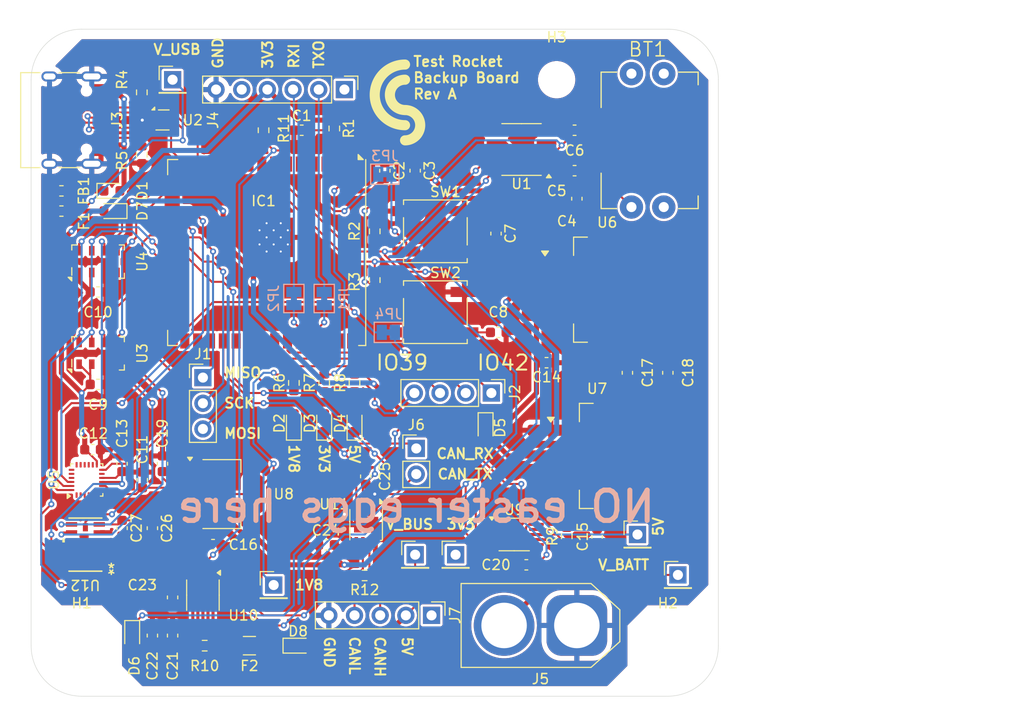
<source format=kicad_pcb>
(kicad_pcb (version 20240108) (generator "pcbnew") (generator_version "8.0")
  (layers (0 "F.Cu" signal) (31 "B.Cu" signal) (34 "B.Paste" user) (35 "F.Paste" user) (36 "B.SilkS" user "B.Silkscreen") (37 "F.SilkS" user "F.Silkscreen") (38 "B.Mask" user) (39 "F.Mask" user) (44 "Edge.Cuts" user))
  (net 0 "")
  (net 1 "Net-(D1-K)")
  (net 2 "/Flashing/VBUS")
  (net 3 "Net-(F1-Pad2)")
  (net 4 "/Flashing/V_USB")
  (net 5 "Net-(JP3-A)")
  (net 6 "/MCU/SDA")
  (net 7 "GND")
  (net 8 "Net-(JP4-A)")
  (net 9 "+1V8")
  (net 10 "Net-(U5-REGOUT)")
  (net 12 "+5V")
  (net 16 "/Power/V_BATT")
  (net 17 "/Power/5V_LDO")
  (net 19 "/Power/V_BUS_Out")
  (net 20 "Net-(D2-A)")
  (net 23 "+3V3")
  (net 25 "/MCU/SCL")
  (net 26 "Net-(D3-A)")
  (net 27 "Net-(D4-A)")
  (net 28 "Net-(D8-K)")
  (net 29 "5V_BUS")
  (net 30 "Net-(U10-Vbus)")
  (net 33 "Net-(U1-VBAT)")
  (net 35 "/Flashing/USB+")
  (net 36 "/Flashing/USB-")
  (net 37 "/Flashing/D+")
  (net 38 "/Flashing/D-")
  (net 39 "/Flashing/EN")
  (net 40 "/Flashing/IO0")
  (net 41 "/Flashing/ESP_TX")
  (net 42 "/Flashing/ESP_RX")
  (net 43 "/Barometer 1/CS")
  (net 44 "/IMU (2g-16g)/CS")
  (net 45 "/Barometer 2/CS")
  (net 46 "/Power/BATT_INPUT")
  (net 47 "/CAN Bus/CAN_TX")
  (net 48 "/CAN Bus/CAN_RX")
  (net 49 "CANL")
  (net 50 "CANH")
  (net 58 "/IMU (2g-16g)/INT")
  (net 66 "/ADXL375/CS")
  (net 67 "/ADXL375/INT2")
  (net 68 "/ADXL375/SCK")
  (net 69 "/ADXL375/MOSI")
  (net 70 "/ADXL375/INT1")
  (net 71 "/ADXL375/MISO")
  (net 75 "/MCU/INA_INT")
  (net 76 "/Flashing/CC2")
  (net 77 "/Flashing/CC1")
  (net 78 "/MCU/IO39")
  (net 82 "/MCU/IO41")
  (net 83 "/MCU/IO40")
  (net 85 "/MCU/IO42")
  (net 88 "Net-(J4-Pin_2)")
  (net 90 "Net-(J4-Pin_3)")
  (footprint "Package_LGA:LGA-8_3x5mm_P1.25mm" (layer "F.Cu") (at 138.625 106.075 90)
    (property "Reference" "U3")
    (property "Value" "MS5607-02BA")
  )
  (footprint "Resistor_SMD:R_0603_1608Metric" (layer "F.Cu") (at 185 124.175 90)
    (property "Reference" "R9")
    (property "Value" "200m")
  )
  (footprint "Resistor_SMD:R_0603_1608Metric" (layer "F.Cu") (at 166 98.825 90)
    (property "Reference" "R3")
    (property "Value" "4.7k")
  )
  (footprint "LED_SMD:LED_0603_1608Metric_Pad1.05x0.95mm_HandSolder" (layer "F.Cu") (at 158 113 90)
    (property "Reference" "D2")
    (property "Value" "GREEN")
  )
  (footprint "Capacitor_SMD:C_0603_1608Metric" (layer "F.Cu") (at 186 90.775 90)
    (property "Reference" "C4")
    (property "Value" "0.1uF")
  )
  (footprint "Resistor_SMD:R_0603_1608Metric" (layer "F.Cu") (at 142.955 86.425 -90)
    (property "Reference" "R5")
    (property "Value" "5.1k")
  )
  (footprint "LED_SMD:LED_0603_1608Metric_Pad1.05x0.95mm_HandSolder" (layer "F.Cu") (at 164 113 90)
    (property "Reference" "D4")
    (property "Value" "GREEN")
  )
  (footprint "Package_SO:VSSOP-10_3x3mm_P0.5mm" (layer "F.Cu") (at 179.8 124)
    (property "Reference" "U9")
    (property "Value" "INA233")
  )
  (footprint "Diode_SMD:D_0603_1608Metric" (layer "F.Cu") (at 140 92 180)
    (property "Reference" "D7")
    (property "Value" "D")
  )
  (footprint "Resistor_SMD:R_0603_1608Metric" (layer "F.Cu") (at 158 109 90)
    (property "Reference" "R6")
    (property "Value" "220")
  )
  (footprint "Fuse:Fuse_0603_1608Metric" (layer "F.Cu") (at 135 92 180)
    (property "Reference" "F1")
    (property "Value" "5V/3A")
  )
  (footprint "Sensor_Motion:InvenSense_QFN-24_3x3mm_P0.4mm" (layer "F.Cu") (at 137.5 118.6 90)
    (property "Reference" "U5")
    (property "Value" "ICM-20948")
  )
  (footprint "MountingHole:MountingHole_3.2mm_M3" (layer "F.Cu") (at 195 135)
    (property "Reference" "H2")
    (property "Value" "MountingHole")
  )
  (footprint "Connector_PinHeader_2.54mm:PinHeader_1x04_P2.54mm_Vertical" (layer "F.Cu") (at 177.54 110 -90)
    (property "Reference" "J2")
    (property "Value" "Conn_01x04_Pin")
  )
  (footprint "Connector_PinHeader_2.54mm:PinHeader_1x01_P2.54mm_Vertical" (layer "F.Cu") (at 156 129)
    (property "Reference" "TP4" (hide yes))
    (property "Value" "1V8")
  )
  (footprint "Resistor_SMD:R_0603_1608Metric" (layer "F.Cu") (at 149.175 135 180)
    (property "Reference" "R10")
    (property "Value" "200m")
  )
  (footprint "Package_TO_SOT_SMD:TO-263-3_TabPin2" (layer "F.Cu") (at 190.5 99.775)
    (property "Reference" "U6")
    (property "Value" "LM1085-3.3")
  )
  (footprint "Capacitor_SMD:C_0603_1608Metric" (layer "F.Cu") (at 138.625 100)
    (property "Reference" "C10")
    (property "Value" "0.1uF")
  )
  (footprint "Diode_SMD:D_0603_1608Metric" (layer "F.Cu") (at 142 134 -90)
    (property "Reference" "D6")
    (property "Value" "D")
  )
  (footprint "Capacitor_SMD:C_0603_1608Metric" (layer "F.Cu") (at 170 88 -90)
    (property "Reference" "C3")
    (property "Value" "0.1uF")
  )
  (footprint "MountingHole:MountingHole_3.2mm_M3" (layer "F.Cu") (at 137 135)
    (property "Reference" "H1")
    (property "Value" "MountingHole")
  )
  (footprint "Diode_SMD:D_0603_1608Metric" (layer "F.Cu") (at 176.96887 113.44062 -90)
    (property "Reference" "D5")
    (property "Value" "D")
  )
  (footprint "Capacitor_SMD:C_0603_1608Metric" (layer "F.Cu") (at 185.775 84)
    (property "Reference" "C6")
    (property "Value" "0.1uF")
  )
  (footprint "Capacitor_SMD:C_0603_1608Metric" (layer "F.Cu") (at 144 134 90)
    (property "Reference" "C22")
    (property "Value" "0.1uF")
  )
  (footprint "Connector_PinHeader_2.54mm:PinHeader_1x05_P2.54mm_Vertical" (layer "F.Cu") (at 171.62 132 -90)
    (property "Reference" "J7")
    (property "Value" "Conn_01x05_Socket")
  )
  (footprint "Package_LGA:LGA-8_3x5mm_P1.25mm" (layer "F.Cu") (at 138.625 97 90)
    (property "Reference" "U4")
    (property "Value" "MS5607-02BA")
  )
  (footprint "Capacitor_SMD:C_0603_1608Metric" (layer "F.Cu") (at 138.625 109.15)
    (property "Reference" "C9")
    (property "Value" "0.1uF")
  )
  (footprint "Diode_SMD:D_0603_1608Metric" (layer "F.Cu") (at 140 90)
    (property "Reference" "D1")
    (property "Value" "D")
  )
  (footprint "Fuse:Fuse_1206_3216Metric" (layer "F.Cu") (at 153.6 135 180)
    (property "Reference" "F2")
    (property "Value" "Polyfuse")
  )
  (footprint "Package_DFN_QFN:DFN-8-1EP_3x3mm_P0.65mm_EP1.55x2.4mm" (layer "F.Cu") (at 165.150574 123.026868 -90)
    (property "Reference" "U11")
    (property "Value" "MCP2542FDxMF")
  )
  (footprint "Resistor_SMD:R_0603_1608Metric" (layer "F.Cu") (at 165 128.04643 180)
    (property "Reference" "R12")
    (property "Value" "120")
  )
  (footprint "Capacitor_SMD:C_0603_1608Metric" (layer "F.Cu") (at 195 108 -90)
    (property "Reference" "C18")
    (property "Value" "10uF")
  )
  (footprint "Package_SO:SOIC-8_3.9x4.9mm_P1.27mm" (layer "F.Cu") (at 180.525 85.905 180)
    (property "Reference" "U1")
    (property "Value" "DS3232M")
  )
  (footprint "Capacitor_SMD:C_0603_1608Metric" (layer "F.Cu") (at 181 127 180)
    (property "Reference" "C20")
    (property "Value" "0.1uF")
  )
  (footprint "Capacitor_SMD:C_0603_1608Metric" (layer "F.Cu") (at 185.775 88)
    (property "Reference" "C5")
    (property "Value" "1uF")
  )
  (footprint "Capacitor_SMD:C_0603_1608Metric" (layer "F.Cu") (at 178 94.225 -90)
    (property "Reference" "C7")
    (property "Value" "0.1uF")
  )
  (footprint "Battery:BAT_BAT-HLD-012-THM" (layer "F.Cu") (at 193 85 90)
    (property "Reference" "BT1")
    (property "Value" "BAT-HLD-012-THM")
  )
  (footprint "Package_TO_SOT_SMD:SOT-223-3_TabPin2" (layer "F.Cu") (at 150.85 120)
    (property "Reference" "U8")
    (property "Value" "AMS1117-1.8")
  )
  (footprint "Package_SO:VSSOP-10_3x3mm_P0.5mm" (layer "F.Cu") (at 149 130 -90)
    (property "Reference" "U10")
    (property "Value" "INA233")
  )
  (footprint "Capacitor_SMD:C_0603_1608Metric" (layer "F.Cu") (at 167 88.003652 -90)
    (property "Reference" "C2")
    (property "Value" "22uF")
  )
  (footprint "Connector_PinHeader_2.54mm:PinHeader_1x03_P2.54mm_Vertical" (layer "F.Cu") (at 149 108.475)
    (property "Reference" "J1")
    (property "Value" "Conn_01x03_Pin")
  )
  (footprint "Capacitor_SMD:C_0603_1608Metric" (layer "F.Cu") (at 146 130.225 90)
    (property "Reference" "C23")
    (property "Value" "0.1uF")
  )
  (footprint "Capacitor_SMD:C_0603_1608Metric" (layer "F.Cu") (at 143 118.6 -90)
    (property "Reference" "C11")
    (property "Value" "0.1uF")
  )
  (footprint "Connector_AMASS:AMASS_XT60-M_1x02_P7.20mm_Vertical" (layer "F.Cu") (at 186 133 180)
    (property "Reference" "J5")
    (property "Value" "Conn_01x02")
  )
  (footprint "Capacitor_SMD:C_0603_1608Metric" (layer "F.Cu") (at 141 123.375 -90)
    (property "Reference" "C27")
    (property "Value" "0.1uF")
  )
  (footprint "Connector_PinHeader_2.54mm:PinHeader_1x02_P2.54mm_Vertical" (layer "F.Cu") (at 170.11 115.485)
    (property "Reference" "J6")
    (property "Value" "Conn_01x02_Socket")
  )
  (footprint "Connector_PinHeader_2.54mm:PinHeader_1x01_P2.54mm_Vertical" (layer "F.Cu") (at 192 124)
    (property "Reference" "5V1" (hide yes))
    (property "Value" "5V")
  )
  (footprint "Resistor_SMD:R_0603_1608Metric" (layer "F.Cu") (at 161 109 90)
    (property "Reference" "R7")
    (property "Value" "1k")
  )
  (footprint "Connector_PinHeader_2.54mm:PinHeader_1x01_P2.54mm_Vertical" (layer "F.Cu") (at 146 79)
    (property "Reference" "TP5" (hide yes))
    (property "Value" "V_USB")
  )
  (footprint "Capacitor_SMD:C_0603_1608Metric" (layer "F.Cu") (at 146 134 90)
    (property "Reference" "C21")
    (property "Value" "47uF")
  )
  (footprint "Inductor_SMD:L_0603_1608Metric_Pad1.05x0.95mm_HandSolder" (layer "F.Cu") (at 135 90 180)
    (property "Reference" "FB1")
    (property "Value" "BLM21PG221")
  )
  (footprint "Package_TO_SOT_SMD:SOT-666" (layer "F.Cu") (at 145.001036 82.982806)
    (property "Reference" "U2")
    (property "Value" "USBLC6-2P6")
  )
  (footprint "LED_SMD:LED_0603_1608Metric_Pad1.05x0.95mm_HandSolder" (layer "F.Cu") (at 161 113 90)
    (property "Reference" "D3")
    (property "Value" "GREEN")
  )
  (footprint "Capacitor_SMD:C_0603_1608Metric" (layer "F.Cu") (at 165.11 118.25 90)
    (property "Reference" "C25")
    (property "Value" "0.1uF")
  )
  (footprint "Resistor_SMD:R_0603_1608Metric" (layer "F.Cu") (at 164 109 90)
    (property "Reference" "R8")
    (property "Value" "1k")
  )
  (footprint "Resistor_SMD:R_0603_1608Metric" (layer "F.Cu") (at 142.955 80.25 90)
    (property "Reference" "R4")
    (property "Value" "5.1k")
  )
  (footprint "Resistor_SMD:R_0603_1608Metric" (layer "F.Cu") (at 155 84 90)
    (property "Reference" "R11")
    (property "Value" "1k")
  )
  (footprint "Capacitor_SMD:C_0603_1608Metric" (layer "F.Cu") (at 188 124.225 90)
    (property "Reference" "C15")
    (property "Value" "10uF")
  )
  (footprint "Button_Switch_SMD:SW_SPST_EVPBF" (layer "F.Cu") (at 172 102)
    (property "Reference" "SW2")
    (property "Value" "SW_Push")
  )
  (footprint "Package_TO_SOT_SMD:TO-263-3_TabPin2" (layer "F.Cu") (at 191.075 116.225)
    (property "Reference" "U7")
    (property "Value" "LM1085-5.0")
  )
  (footprint "Capacitor_SMD:C_0603_1608Metric" (layer "F.Cu") (at 141 117 90)
    (property "Reference" "C13")
    (property "Value" "0.1uF")
  )
  (footprint "Connector_PinHeader_2.54mm:PinHeader_1x01_P2.54mm_Vertical" (layer "F.Cu") (at 170 126)
    (property "Reference" "TP1" (hide yes))
    (property "Value" "V_BUS")
  )
  (footprint "Resistor_SMD:R_0603_1608Metric" (layer "F.Cu") (at 166 94 -90)
    (property "Reference" "R2")
    (property "Value" "4.7k")
  )
  (footprint "Button_Switch_SMD:SW_SPST_EVPBF" (layer "F.Cu") (at 172 94)
    (property "Reference" "SW1")
    (property "Value" "SW_Push")
  )
  (footprint "Connector_PinHeader_2.54mm:PinHeader_1x06_P2.54mm_Vertical" (layer "F.Cu") (at 163 79.975 -90)
    (property "Reference" "J4")
    (property "Value" "Conn_01x06_Socket")
  )
  (footprint "Connector_PinHeader_2.54mm:PinHeader_1x01_P2.54mm_Vertical" (layer "F.Cu") (at 174 126)
    (property "Reference" "TP2" (hide yes))
    (property "Value" "3V3")
  )
  (footprint "Capacitor_SMD:C_0603_1608Metric" (layer "F.Cu") (at 144 123.375 -90)
    (property "Reference" "C26")
    (property "Value" "1uF")
  )
  (footprint "Capacitor_SMD:C_0603_1608Metric" (layer "F.Cu") (at 150 125)
    (property "Reference" "C16")
    (property "Value" "10uF")
  )
  (footprint "RF_Module:ESP32-S3-WROOM-1U" (layer "F.Cu") (at 155.31 96.1 -90)
    (property "Reference" "IC1")
    (property "Value" "ESP32-S3-WROOM-1U-N16")
  )
  (footprint "Capacitor_SMD:C_0603_1608Metric" (layer "F.Cu") (at 138.08 115.6)
    (property "Reference" "C12")
    (property "Value" "0.1uF")
  )
  (footprint "Diode_SMD:D_0603_1608Metric" (layer "F.Cu") (at 158.4125 135)
    (property "Reference" "D8")
    (property "Value" "D")
  )
  (footprint "Capacitor_SMD:C_0603_1608Metric" (layer "F.Cu") (at 161.225 125.025)
    (property "Reference" "C24")
    (property "Value" "0.1uF")
  )
  (footprint "Capacitor_SMD:C_0603_1608Metric" (layer "F.Cu") (at 158.775 84)
    (property "Reference" "C1")
    (property "Value" "1uF")
  )
  (footprint "Capacitor_SMD:C_0603_1608Metric" (layer "F.Cu") (at 145 117 90)
    (property "Reference" "C19")
    (property "Value" "22uF")
  )
  (footprint "Capacitor_SMD:C_0603_1608Metric" (layer "F.Cu") (at 191 108 90)
    (property "Reference" "C17")
    (property "Value" "10uF")
  )
  (footprint "Connector_USB:USB_C_Receptacle_HRO_TYPE-C-31-M-12" (layer "F.Cu") (at 134.87 83 -90)
    (property "Reference" "J3")
    (property "Value" "USB_C_Receptacle_USB2.0_16P")
  )
  (footprint "Connector_PinHeader_2.54mm:PinHeader_1x01_P2.54mm_Vertical" (layer "F.Cu") (at 196 128)
    (property "Reference" "TP3" (hide yes))
    (property "Value" "V_BATT")
  )
  (footprint "Capacitor_SMD:C_0603_1608Metric" (layer "F.Cu") (at 178.225 104 180)
    (property "Reference" "C8")
    (property "Value" "0.1uF")
  )
  (footprint "Capacitor_SMD:C_0603_1608Metric" (layer "F.Cu") (at 183 107 180)
    (property "Reference" "C14")
    (property "Value" "10uF")
  )
  (footprint "MountingHole:MountingHole_3.2mm_M3" (layer "F.Cu") (at 184 79)
    (property "Reference" "H3")
    (property "Value" "MountingHole")
  )
  (footprint "Sensor_Motion:LGA_CC-14-1_ADI" (layer "F.Cu") (at 137.370901 124.999999 180)
    (property "Reference" "U12")
    (property "Value" "ADXL375BCCZ-RL7")
  )
  (footprint "Resistor_SMD:R_0603_1608Metric" (layer "F.Cu") (at 162 83.825 -90)
    (property "Reference" "R1")
    (property "Value" "10k")
  )
  (footprint "Jumper:SolderJumper-2_P1.3mm_Bridged_Pad1.0x1.5mm" (layer "B.Cu") (at 167 88.35 180)
    (property "Reference" "JP3")
    (property "Value" "SolderJumper_2_Bridged")
  )
  (footprint "Jumper:SolderJumper-2_P1.3mm_Bridged_Pad1.0x1.5mm" (layer "B.Cu") (at 167.35 104 180)
    (property "Reference" "JP4")
    (property "Value" "SolderJumper_2_Bridged")
  )
  (footprint "Jumper:SolderJumper-2_P1.3mm_Bridged_Pad1.0x1.5mm" (layer "B.Cu") (at 158 100.65 -90)
    (property "Reference" "JP2")
    (property "Value" "SolderJumper_2_Bridged")
  )
  (footprint "Jumper:SolderJumper-2_P1.3mm_Bridged_Pad1.0x1.5mm" (layer "B.Cu") (at 161 100.65 90)
    (property "Reference" "JP1")
    (property "Value" "SolderJumper_2_Bridged")
  )
  (gr_arc (start 169 83.5) (mid 166 80.5) (end 169 77.5) (stroke (width 1)) (layer "F.SilkS"))
  (gr_arc (start 169 82) (mid 170.5 83.5) (end 169 85) (stroke (width 1)) (layer "F.SilkS"))
  (gr_arc (start 169 82) (mid 167.5 80.5) (end 169 79) (stroke (width 1)) (layer "F.SilkS"))
  (gr_line (start 137 140) (end 195 140) (stroke (width 0.05)) (layer "Edge.Cuts"))
  (gr_line (start 195 74) (end 137 74) (stroke (width 0.05)) (layer "Edge.Cuts"))
  (gr_arc (start 200 135) (mid 198.535534 138.535534) (end 195 140) (stroke (width 0.05)) (layer "Edge.Cuts"))
  (gr_line (start 200 135) (end 200 79) (stroke (width 0.05)) (layer "Edge.Cuts"))
  (gr_arc (start 195 74) (mid 198.535534 75.464466) (end 200 79) (stroke (width 0.05)) (layer "Edge.Cuts"))
  (gr_line (start 132 79) (end 132 135) (stroke (width 0.05)) (layer "Edge.Cuts"))
  (gr_arc (start 132 79) (mid 133.464466 75.464466) (end 137 74) (stroke (width 0.05)) (layer "Edge.Cuts"))
  (gr_arc (start 137 140) (mid 133.464466 138.535534) (end 132 135) (stroke (width 0.05)) (layer "Edge.Cuts"))
  (gr_text "NO easter eggs here" (at 194 123 0) (layer "B.SilkS") (effects (font (size 3 3) (thickness 0.5) (bold yes)) (justify left bottom mirror)))
  (gr_text "CANH" (at 166.504763 134 270) (layer "F.SilkS") (effects (font (size 1 1) (thickness 0.2) (bold yes)) (justify left)))
  (gr_text "Test Rocket\nBackup Board \nRev A" (at 169.71951 81.000284 0) (layer "F.SilkS") (effects (font (size 1 1) (thickness 0.2) (bold yes)) (justify left bottom)))
  (gr_text "GND" (at 150.485341 78.014495 90) (layer "F.SilkS") (effects (font (size 1 1) (thickness 0.2) (bold yes)) (justify left)))
  (gr_text "3V3" (at 155.407981 78.014495 90) (layer "F.SilkS") (effects (font (size 1 1) (thickness 0.2) (bold yes)) (justify left)))
  (gr_text "RXI" (at 158 78 90) (layer "F.SilkS") (effects (font (size 1 1) (thickness 0.2) (bold yes)) (justify left)))
  (gr_text "SCK" (at 151 111 0) (layer "F.SilkS") (effects (font (size 1 1) (thickness 0.2) (bold yes)) (justify left)))
  (gr_text "3V3" (at 161 115 270) (layer "F.SilkS") (effects (font (size 1 1) (thickness 0.2) (bold yes)) (justify left)))
  (gr_text "1V8" (at 158 115 270) (layer "F.SilkS") (effects (font (size 1 1) (thickness 0.2) (bold yes)) (justify left)))
  (gr_text "TXO" (at 160.466941 78.014495 90) (layer "F.SilkS") (effects (font (size 1 1) (thickness 0.2) (bold yes)) (justify left)))
  (gr_text "IO39" (at 166 107 0) (layer "F.SilkS") (effects (font (size 1.5 1.5) (thickness 0.2)) (justify left)))
  (gr_text "V_BUS" (at 167 123 0) (layer "F.SilkS") (effects (font (size 1 1) (thickness 0.2) (bold yes)) (justify left)))
  (gr_text "1V8" (at 158 129 0) (layer "F.SilkS") (effects (font (size 1 1) (thickness 0.2) (bold yes)) (justify left)))
  (gr_text "3V3" (at 173 123 0) (layer "F.SilkS") (effects (font (size 1 1) (thickness 0.2) (bold yes)) (justify left)))
  (gr_text "V_BATT" (at 188 127 0) (layer "F.SilkS") (effects (font (size 1 1) (thickness 0.2) (bold yes)) (justify left)))
  (gr_text "V_USB" (at 144 76 0) (layer "F.SilkS") (effects (font (size 1 1) (thickness 0.2) (bold yes)) (justify left)))
  (gr_text "CAN_RX" (at 172 116 0) (layer "F.SilkS") (effects (font (size 1 1) (thickness 0.2) (bold yes)) (justify left)))
  (gr_text "5V" (at 164 115 270) (layer "F.SilkS") (effects (font (size 1 1) (thickness 0.2) (bold yes)) (justify left)))
  (gr_text "5V" (at 169.207622 134.031612 270) (layer "F.SilkS") (effects (font (size 1 1) (thickness 0.2) (bold yes)) (justify left)))
  (gr_text "CAN_TX" (at 172.11 118.025 0) (layer "F.SilkS") (effects (font (size 1 1) (thickness 0.2) (bold yes)) (justify left)))
  (gr_text "IO42" (at 176 107 0) (layer "F.SilkS") (effects (font (size 1.5 1.5) (thickness 0.2)) (justify left)))
  (gr_text "MISO" (at 151 108 0) (layer "F.SilkS") (effects (font (size 1 1) (thickness 0.2) (bold yes)) (justify left)))
  (gr_text "CANL" (at 164 134 270) (layer "F.SilkS") (effects (font (size 1 1) (thickness 0.2) (bold yes)) (justify left)))
  (gr_text "MOSI" (at 151 114 0) (layer "F.SilkS") (effects (font (size 1 1) (thickness 0.2) (bold yes)) (justify left)))
  (gr_text "5V" (at 194.062252 124.25159 90) (layer "F.SilkS") (effects (font (size 1 1) (thickness 0.2) (bold yes)) (justify left)))
  (gr_text "GND" (at 161.510008 134 270) (layer "F.SilkS") (effects (font (size 1 1) (thickness 0.2) (bold yes)) (justify left)))
  (segment (start 139.2125 90) (end 135.875 90) (width 0.5) (layer "F.Cu") (net 1))
  (segment (start 140.81577 80.55) (end 141.194898 80.929128) (width 0.5) (layer "F.Cu") (net 2))
  (segment (start 141.194898 89.592602) (end 140.7875 90) (width 0.5) (layer "F.Cu") (net 2))
  (segment (start 141.094898 85.45) (end 141.194898 85.35) (width 0.5) (layer "F.Cu") (net 2))
  (segment (start 138.915 80.55) (end 140.81577 80.55) (width 0.5) (layer "F.Cu") (net 2))
  (segment (start 138.915 85.45) (end 141.094898 85.45) (width 0.5) (layer "F.Cu") (net 2))
  (segment (start 141.194898 85.35) (end 141.194898 89.592602) (width 0.5) (layer "F.Cu") (net 2))
  (via (at 141.194898 85.35) (size 0.6) (drill 0.3) (layers "F.Cu" "B.Cu") (net 2))
  (via (at 141.194898 80.929128) (size 0.6) (drill 0.3) (layers "F.Cu" "B.Cu") (net 2))
  (segment (start 141.194898 80.929128) (end 141.194898 85.35) (width 0.5) (layer "B.Cu") (net 2))
  (segment (start 134.125 91.9125) (end 134.2125 92) (width 0.5) (layer "F.Cu") (net 3))
  (segment (start 134.125 90) (end 134.125 91.9125) (width 0.5) (layer "F.Cu") (net 3))
  (segment (start 147 83.859824) (end 147 85) (width 0.2) (layer "F.Cu") (net 4))
  (segment (start 145.926036 82.982806) (end 146.122982 82.982806) (width 0.2) (layer "F.Cu") (net 4))
  (segment (start 135.7875 92) (end 137 92) (width 0.5) (layer "F.Cu") (net 4))
  (segment (start 137 92) (end 139.2125 92) (width 0.5) (layer "F.Cu") (net 4))
  (segment (start 138 91) (end 137 92) (width 0.2) (layer "F.Cu") (net 4))
  (segment (start 146.122982 82.982806) (end 147 83.859824) (width 0.2) (layer "F.Cu") (net 4))
  (via (at 138 91) (size 0.6) (drill 0.3) (layers "F.Cu" "B.Cu") (net 4))
  (via (at 147 85) (size 0.6) (drill 0.3) (layers "F.Cu" "B.Cu") (net 4))
  (segment (start 144 85) (end 138 91) (width 0.2) (layer "B.Cu") (net 4))
  (segment (start 147 80) (end 147 85) (width 0.2) (layer "B.Cu") (net 4))
  (segment (start 146 79) (end 147 80) (width 0.2) (layer "B.Cu") (net 4))
  (segment (start 147 85) (end 144 85) (width 0.2) (layer "B.Cu") (net 4))
  (segment (start 177 96) (end 178 95) (width 0.2) (layer "F.Cu") (net 5))
  (segment (start 168 94) (end 169.12 95.12) (width 0.2) (layer "F.Cu") (net 5))
  (segment (start 174.88 96) (end 177 96) (width 0.2) (layer "F.Cu") (net 5))
  (segment (start 169.12 95.12) (end 169.12 96) (width 0.2) (layer "F.Cu") (net 5))
  (segment (start 169.12 96) (end 174.88 96) (width 0.2) (layer "F.Cu") (net 5))
  (via (at 168 94) (size 0.6) (drill 0.3) (layers "F.Cu" "B.Cu") (net 5))
  (segment (start 167.65 88.35) (end 167.65 93.65) (width 0.2) (layer "B.Cu") (net 5))
  (segment (start 167.65 93.65) (end 168 94) (width 0.2) (layer "B.Cu") (net 5))
  (segment (start 148.5 127.8) (end 148.5 128.55741) (width 0.2) (layer "F.Cu") (net 6))
  (segment (start 163.8 96) (end 166 96) (width 0.2) (layer "F.Cu") (net 6))
  (segment (start 171 98) (end 168.645 98) (width 0.2) (layer "F.Cu") (net 6))
  (segment (start 178.625 124.23241) (end 178.35741 124.5) (width 0.2) (layer "F.Cu") (net 6))
  (segment (start 148.5 128.55741) (end 148.94259 129) (width 0.2) (layer "F.Cu") (net 6))
  (segment (start 156.1 87.35) (end 156.1 88.3) (width 0.2) (layer "F.Cu") (net 6))
  (segment (start 168.645 98) (end 167 96.355) (width 0.2) (layer "F.Cu") (net 6))
  (segment (start 176 123.65741) (end 176.84259 124.5) (width 0.2) (layer "F.Cu") (net 6))
  (segment (start 177.6 123.5) (end 178.35741 123.5) (width 0.2) (layer "F.Cu") (net 6))
  (segment (start 156.1 88.3) (end 163.8 96) (width 0.2) (layer "F.Cu") (net 6))
  (segment (start 176 88) (end 177.46 86.54) (width 0.2) (layer "F.Cu") (net 6))
  (segment (start 166 96) (end 167 96) (width 0.2) (layer "F.Cu") (net 6))
  (segment (start 176 119) (end 176 123.65741) (width 0.2) (layer "F.Cu") (net 6))
  (segment (start 178.35741 124.5) (end 177.6 124.5) (width 0.2) (layer "F.Cu") (net 6))
  (segment (start 178.35741 123.5) (end 178.625 123.76759) (width 0.2) (layer "F.Cu") (net 6))
  (segment (start 167 96.355) (end 167 96) (width 0.2) (layer "F.Cu") (net 6))
  (segment (start 178.625 123.76759) (end 178.625 124.23241) (width 0.2) (layer "F.Cu") (net 6))
  (segment (start 166 94.825) (end 166 96) (width 0.2) (layer "F.Cu") (net 6))
  (segment (start 177.46 86.54) (end 178.05 86.54) (width 0.2) (layer "F.Cu") (net 6))
  (segment (start 176.84259 124.5) (end 177.6 124.5) (width 0.2) (layer "F.Cu") (net 6))
  (segment (start 159 132) (end 155 132) (width 0.2) (layer "F.Cu") (net 6))
  (segment (start 155 132) (end 152 129) (width 0.2) (layer "F.Cu") (net 6))
  (segment (start 148.94259 129) (end 152 129) (width 0.2) (layer "F.Cu") (net 6))
  (via (at 176 119) (size 0.6) (drill 0.3) (layers "F.Cu" "B.Cu") (net 6))
  (via (at 167 96) (size 0.6) (drill 0.3) (layers "F.Cu" "B.Cu") (net 6))
  (via (at 176 88) (size 0.6) (drill 0.3) (layers "F.Cu" "B.Cu") (net 6))
  (via (at 171 98) (size 0.6) (drill 0.3) (layers "F.Cu" "B.Cu") (net 6))
  (via (at 159 132) (size 0.6) (drill 0.3) (layers "F.Cu" "B.Cu") (net 6))
  (segment (start 173 98) (end 182 107) (width 0.2) (layer "B.Cu") (net 6))
  (segment (start 182 107) (end 182 113) (width 0.2) (layer "B.Cu") (net 6))
  (segment (start 165 124) (end 163 124) (width 0.2) (layer "B.Cu") (net 6))
  (segment (start 168 121) (end 165 124) (width 0.2) (layer "B.Cu") (net 6))
  (segment (start 182 113) (end 176 119) (width 0.2) (layer "B.Cu") (net 6))
  (segment (start 163 124) (end 160 127) (width 0.2) (layer "B.Cu") (net 6))
  (segment (start 160 128) (end 160 131) (width 0.2) (layer "B.Cu") (net 6))
  (segment (start 171 98) (end 173 98) (width 0.2) (layer "B.Cu") (net 6))
  (segment (start 167 96) (end 168 96) (width 0.2) (layer "B.Cu") (net 6))
  (segment (start 160 131) (end 159 132) (width 0.2) (layer "B.Cu") (net 6))
  (segment (start 168 96) (end 176 88) (width 0.2) (layer "B.Cu") (net 6))
  (segment (start 160 127) (end 160 128) (width 0.2) (layer "B.Cu") (net 6))
  (segment (start 176 119) (end 174 121) (width 0.2) (layer "B.Cu") (net 6))
  (segment (start 174 121) (end 168 121) (width 0.2) (layer "B.Cu") (net 6))
  (segment (start 144.076036 82.982806) (end 143.017194 82.982806) (width 0.2) (layer "F.Cu") (net 7))
  (segment (start 165.475574 120.524426) (end 166 120) (width 0.2) (layer "F.Cu") (net 7))
  (segment (start 165.475574 122.701868) (end 165.475574 121.476868) (width 0.2) (layer "F.Cu") (net 7))
  (segment (start 165.150574 123.026868) (end 165.475574 122.701868) (width 0.2) (layer "F.Cu") (net 7))
  (segment (start 165.150574 123.026868) (end 164.026868 123.026868) (width 0.2) (layer "F.Cu") (net 7))
  (segment (start 164.026868 123.026868) (end 163 122) (width 0.2) (layer "F.Cu") (net 7))
  (segment (start 143.017194 82.982806) (end 143 83) (width 0.2) (layer "F.Cu") (net 7))
  (segment (start 165.475574 121.476868) (end 165.475574 120.524426) (width 0.2) (layer "F.Cu") (net 7))
  (via (at 166 120) (size 0.6) (drill 0.3) (layers "F.Cu" "B.Cu") (net 7))
  (via (at 143 83) (size 0.6) (drill 0.3) (layers "F.Cu" "B.Cu") (net 7))
  (via (at 163 122) (size 0.6) (drill 0.3) (layers "F.Cu" "B.Cu") (net 7))
  (segment (start 174.88 104) (end 177.45 104) (width 0.2) (layer "F.Cu") (net 8))
  (segment (start 169.12 104) (end 172 104) (width 0.2) (layer "F.Cu") (net 8))
  (segment (start 170 106) (end 172 104) (width 0.2) (layer "F.Cu") (net 8))
  (segment (start 169 106) (end 170 106) (width 0.2) (layer "F.Cu") (net 8))
  (segment (start 172 104) (end 174.88 104) (width 0.2) (layer "F.Cu") (net 8))
  (via (at 169 106) (size 0.6) (drill 0.3) (layers "F.Cu" "B.Cu") (net 8))
  (segment (start 168 105) (end 168 104) (width 0.2) (layer "B.Cu") (net 8))
  (segment (start 169 106) (end 168 105) (width 0.2) (layer "B.Cu") (net 8))
  (segment (start 156.175 108.175) (end 156 108) (width 0.2) (layer "F.Cu") (net 9))
  (segment (start 158 108.175) (end 156.175 108.175) (width 0.2) (layer "F.Cu") (net 9))
  (segment (start 154 120) (end 156 118) (width 0.2) (layer "F.Cu") (net 9))
  (segment (start 147.7 120) (end 154 120) (width 0.2) (layer "F.Cu") (net 9))
  (segment (start 140.17136 120) (end 142.375 120) (width 0.2) (layer "F.Cu") (net 9))
  (segment (start 142.375 120) (end 143 119.375) (width 0.2) (layer "F.Cu") (net 9))
  (segment (start 146.625 120) (end 147.7 120) (width 0.2) (layer "F.Cu") (net 9))
  (segment (start 145 117.775) (end 145 118.375) (width 0.2) (layer "F.Cu") (net 9))
  (segment (start 156 118) (end 156 117) (width 0.2) (layer "F.Cu") (net 9))
  (segment (start 146 119.375) (end 146.625 120) (width 0.2) (layer "F.Cu") (net 9))
  (segment (start 143 119.375) (end 146 119.375) (width 0.2) (layer "F.Cu") (net 9))
  (segment (start 139 119.2) (end 139.37136 119.2) (width 0.2) (layer "F.Cu") (net 9))
  (segment (start 139.37136 119.2) (end 140.17136 120) (width 0.2) (layer "F.Cu") (net 9))
  (segment (start 145 118.375) (end 146 119.375) (width 0.2) (layer "F.Cu") (net 9))
  (via (at 156 108) (size 0.6) (drill 0.3) (layers "F.Cu" "B.Cu") (net 9))
  (via (at 156 117) (size 0.6) (drill 0.3) (layers "F.Cu" "B.Cu") (net 9))
  (segment (start 156 129) (end 155 128) (width 0.2) (layer "B.Cu") (net 9))
  (segment (start 156 117) (end 154 115) (width 0.2) (layer "B.Cu") (net 9))
  (segment (start 155 128) (end 155 118) (width 0.2) (layer "B.Cu") (net 9))
  (segment (start 155 118) (end 156 117) (width 0.2) (layer "B.Cu") (net 9))
  (segment (start 155 108) (end 156 108) (width 0.2) (layer "B.Cu") (net 9))
  (segment (start 154 115) (end 154 109) (width 0.2) (layer "B.Cu") (net 9))
  (segment (start 154 109) (end 155 108) (width 0.2) (layer "B.Cu") (net 9))
  (segment (start 140.375 118.4) (end 141 117.775) (width 0.2) (layer "F.Cu") (net 10))
  (segment (start 139 118.4) (end 140.375 118.4) (width 0.2) (layer "F.Cu") (net 10))
  (segment (start 169.25 112.75) (end 169.25 112.425) (width 0.2) (layer "F.Cu") (net 12))
  (segment (start 175 115) (end 175 113.425) (width 0.2) (layer "F.Cu") (net 12))
  (segment (start 180.5 119) (end 179 119) (width 0.2) (layer "F.Cu") (net 12))
  (segment (start 176.820688 112.65312) (end 176.96887 112.65312) (width 0.5) (layer "F.Cu") (net 12))
  (segment (start 175.77188 112.65312) (end 176.96887 112.65312) (width 0.2) (layer "F.Cu") (net 12))
  (segment (start 168 114) (end 169.25 112.75) (width 0.2) (layer "F.Cu") (net 12))
  (segment (start 182 110) (end 179.34688 112.65312) (width 0.5) (layer "F.Cu") (net 12))
  (segment (start 142 133.2125) (end 142 133) (width 0.2) (layer "F.Cu") (net 12))
  (segment (start 164.825574 121.476868) (end 164.825574 119.309426) (width 0.2) (layer "F.Cu") (net 12))
  (segment (start 165.11 119.025) (end 165.11 118.919827) (width 0.2) (layer "F.Cu") (net 12))
  (segment (start 165.11 118.919827) (end 166.019883 118.009944) (width 0.2) (layer "F.Cu") (net 12))
  (segment (start 182 103.165) (end 182 110) (width 0.5) (layer "F.Cu") (net 12))
  (segment (start 169.25 112.425) (end 176.592568 112.425) (width 0.5) (layer "F.Cu") (net 12))
  (segment (start 182.85 102.315) (end 182 103.165) (width 0.5) (layer "F.Cu") (net 12))
  (segment (start 165.825 109) (end 166 109) (width 0.2) (layer "F.Cu") (net 12))
  (segment (start 176.592568 112.425) (end 176.820688 112.65312) (width 0.5) (layer "F.Cu") (net 12))
  (segment (start 141.7875 91) (end 140.7875 92) (width 0.5) (layer "F.Cu") (net 12))
  (segment (start 175 113.425) (end 175.77188 112.65312) (width 0.2) (layer "F.Cu") (net 12))
  (segment (start 165 108.175) (end 165.9125 109.0875) (width 0.2) (layer "F.Cu") (net 12))
  (segment (start 164 108.175) (end 165 108.175) (width 0.2) (layer "F.Cu") (net 12))
  (segment (start 179.34688 112.65312) (end 176.96887 112.65312) (width 0.5) (layer "F.Cu") (net 12))
  (segment (start 142 133) (end 143 132) (width 0.2) (layer "F.Cu") (net 12))
  (segment (start 179 119) (end 175 115) (width 0.2) (layer "F.Cu") (net 12))
  (segment (start 154 98) (end 151 95) (width 0.5) (layer "F.Cu") (net 12))
  (segment (start 142 91) (end 141.7875 91) (width 0.5) (layer "F.Cu") (net 12))
  (segment (start 165.9125 109.0875) (end 169.25 112.425) (width 0.5) (layer "F.Cu") (net 12))
  (segment (start 151 95) (end 151 92) (width 0.5) (layer "F.Cu") (net 12))
  (segment (start 154 99) (end 154 98) (width 0.5) (layer "F.Cu") (net 12))
  (segment (start 164.825574 119.309426) (end 165.11 119.025) (width 0.2) (layer "F.Cu") (net 12))
  (via (at 142 91) (size 0.6) (drill 0.3) (layers "F.Cu" "B.Cu") (net 12))
  (via (at 165.9125 109.0875) (size 0.6) (drill 0.3) (layers "F.Cu" "B.Cu") (net 12))
  (via (at 143 132) (size 0.6) (drill 0.3) (layers "F.Cu" "B.Cu") (net 12))
  (via (at 166.019883 118.009944) (size 0.6) (drill 0.3) (layers "F.Cu" "B.Cu") (net 12))
  (via (at 154 99) (size 0.6) (drill 0.3) (layers "F.Cu" "B.Cu") (net 12))
  (via (at 168 114) (size 0.6) (drill 0.3) (layers "F.Cu" "B.Cu") (net 12))
  (via (at 180.5 119) (size 0.6) (drill 0.3) (layers "F.Cu" "B.Cu") (net 12))
  (via (at 151 92) (size 0.6) (drill 0.3) (layers "F.Cu" "B.Cu") (net 12))
  (segment (start 180.5 119) (end 180.5 120.5) (width 0.2) (layer "B.Cu") (net 12))
  (segment (start 180.5 120.5) (end 184 124) (width 0.2) (layer "B.Cu") (net 12))
  (segment (start 158 126) (end 166 118) (width 0.2) (layer "B.Cu") (net 12))
  (segment (start 143 132) (end 157 132) (width 0.2) (layer "B.Cu") (net 12))
  (segment (start 168 115.295) (end 168 114) (width 0.2) (layer "B.Cu") (net 12))
  (segment (start 161 109) (end 154 102) (width 0.5) (layer "B.Cu") (net 12))
  (segment (start 158 131) (end 158 126) (width 0.2) (layer "B.Cu") (net 12))
  (segment (start 150 91) (end 142 91) (width 0.5) (layer "B.Cu") (net 12))
  (segment (start 166 118) (end 166 117.295) (width 0.2) (layer "B.Cu") (net 12))
  (segment (start 157 132) (end 158 131) (width 0.2) (layer "B.Cu") (net 12))
  (segment (start 166 117.295) (end 168 115.295) (width 0.2) (layer "B.Cu") (net 12))
  (segment (start 184 124) (end 192.11 124) (width 0.2) (layer "B.Cu") (net 12))
  (segment (start 154 102) (end 154 99) (width 0.5) (layer "B.Cu") (net 12))
  (segment (start 165.825 109) (end 161 109) (width 0.5) (layer "B.Cu") (net 12))
  (segment (start 151 92) (end 150 91) (width 0.5) (layer "B.Cu") (net 12))
  (segment (start 165.9125 109.0875) (end 165.825 109) (width 0.5) (layer "B.Cu") (net 12))
  (segment (start 183.425 118.765) (end 185 120.34) (width 0.5) (layer "F.Cu") (net 16))
  (segment (start 187.9 123.35) (end 188 123.45) (width 0.2) (layer "F.Cu") (net 16))
  (segment (start 184.85 123.5) (end 185 123.35) (width 0.2) (layer "F.Cu") (net 16))
  (segment (start 185 123.35) (end 187.9 123.35) (width 0.2) (layer "F.Cu") (net 16))
  (segment (start 185 120.34) (end 185 123.35) (width 0.5) (layer "F.Cu") (net 16))
  (segment (start 182 123.5) (end 184.85 123.5) (width 0.2) (layer "F.Cu") (net 16))
  (segment (start 179.225 116.225) (end 177.22812 114.22812) (width 0.5) (layer "F.Cu") (net 17))
  (segment (start 183.425 116.225) (end 192.575 116.225) (width 0.5) (layer "F.Cu") (net 17))
  (segment (start 179.225 116.225) (end 183.425 116.225) (width 0.5) (layer "F.Cu") (net 17))
  (segment (start 177.22812 114.22812) (end 176.96887 114.22812) (width 0.5) (layer "F.Cu") (net 17))
  (segment (start 144 134.775) (end 142.0125 134.775) (width 0.5) (layer "F.Cu") (net 19))
  (segment (start 146 134.775) (end 144 134.775) (width 0.5) (layer "F.Cu") (net 19))
  (segment (start 149.5 133.85) (end 148.35 135) (width 0.2) (layer "F.Cu") (net 19))
  (segment (start 148.35 135) (end 146.225 135) (width 0.5) (layer "F.Cu") (net 19))
  (segment (start 149.5 132.2) (end 149.5 133.85) (width 0.2) (layer "F.Cu") (net 19))
  (segment (start 142.0125 134.775) (end 142 134.7875) (width 0.5) (layer "F.Cu") (net 19))
  (segment (start 146.225 135) (end 146 134.775) (width 0.5) (layer "F.Cu") (net 19))
  (segment (start 189.575 97) (end 186.8 99.775) (width 0.5) (layer "F.Cu") (net 23))
  (segment (start 140.6 123) (end 141 122.6) (width 0.2) (layer "F.Cu") (net 23))
  (segment (start 137.305 114.305) (end 137 114) (width 0.5) (layer "F.Cu") (net 23))
  (segment (start 135 108) (end 137 110) (width 0.5) (layer "F.Cu") (net 23))
  (segment (start 162.925 86.15) (end 162.925 83.925) (width 0.5) (layer "F.Cu") (net 23))
  (segment (start 137.305 115.6) (end 137.305 114.305) (width 0.5) (layer "F.Cu") (net 23))
  (segment (start 135 95) (end 135 96) (width 0.5) (layer "F.Cu") (net 23))
  (segment (start 181.775 126.225) (end 181.775 127) (width 0.2) (layer "F.Cu") (net 23))
  (segment (start 163.727442 125.025) (end 164.175574 124.576868) (width 0.2) (layer "F.Cu") (net 23))
  (segment (start 158.405 83) (end 162 83) (width 0.5) (layer "F.Cu") (net 23))
  (segment (start 137.37136 115.6) (end 137.305 115.6) (width 0.2) (layer "F.Cu") (net 23))
  (segment (start 144.7 122.3) (end 147.7 122.3) (width 0.2) (layer "F.Cu") (net 23))
  (segment (start 161 108.175) (end 161.9 108.175) (width 0.2) (layer "F.Cu") (net 23))
  (segment (start 186.8 99.775) (end 182.85 99.775) (width 0.5) (layer "F.Cu") (net 23))
  (segment (start 162 90) (end 162.45 89.55) (width 0.2) (layer "F.Cu") (net 23))
  (segment (start 182 125) (end 182 126) (width 0.2) (layer "F.Cu") (net 23))
  (segment (start 149.225 125) (end 149.225 124.375) (width 0.2) (layer "F.Cu") (net 23))
  (segment (start 162.45 89.55) (end 162.45 87.35) (width 0.2) (layer "F.Cu") (net 23))
  (segment (start 169.996348 88.778652) (end 170 88.775) (width 0.5) (layer "F.Cu") (net 23))
  (segment (start 184.5 85.5) (end 184 86) (width 0.2) (layer "F.Cu") (net 23))
  (segment (start 182 126) (end 181.775 126.225) (width 0.2) (layer "F.Cu") (net 23))
  (segment (start 162 126) (end 163 127) (width 0.2) (layer "F.Cu") (net 23))
  (segment (start 147 130) (end 147 128) (width 0.2) (layer "F.Cu") (net 23))
  (segment (start 162 125.025) (end 163.727442 125.025) (width 0.2) (layer "F.Cu") (net 23))
  (segment (start 170 88.775) (end 171.775 88.775) (width 0.5) (layer "F.Cu") (net 23))
  (segment (start 146 126) (end 147 125) (width 0.2) (layer "F.Cu") (net 23))
  (segment (start 149.225 125) (end 147 125) (width 0.2) (layer "F.Cu") (net 23))
  (segment (start 137 110) (end 137.85 109.15) (width 0.2) (layer "F.Cu") (net 23))
  (segment (start 157 127) (end 154 124) (width 0.5) (layer "F.Cu") (net 23))
  (segment (start 136 94) (end 135 95) (width 0.5) (layer "F.Cu") (net 23))
  (segment (start 161.9 108.175) (end 162 108.075) (width 0.2) (layer "F.Cu") (net 23))
  (segment (start 162.45 87.35) (end 162.45 88.45) (width 0.5) (layer "F.Cu") (net 23))
  (segment (start 164 90) (end 165.778652 90) (width 0.5) (layer "F.Cu") (net 23))
  (segment (start 137.85 109.15) (end 137.85 107.3) (width 0.2) (layer "F.Cu") (net 23))
  (segment (start 135 96.325) (end 136.75 98.075) (width 0.5) (layer "F.Cu") (net 23))
  (segment (start 181.775 127) (end 182 127) (width 0.2) (layer "F.Cu") (net 23))
  (segment (start 165 99) (end 165.35 99) (width 0.2) (layer "F.Cu") (net 23))
  (segment (start 180.2875 90) (end 187.2875 97) (width 0.5) (layer "F.Cu") (net 23))
  (segment (start 153 124) (end 151.3 122.3) (width 0.5) (layer "F.Cu") (net 23))
  (segment (start 162 125.025) (end 162 126) (width 0.2) (layer "F.Cu") (net 23))
  (segment (start 166 90.221348) (end 165.778652 90) (width 0.2) (layer "F.Cu") (net 23))
  (segment (start 146 127) (end 146 126) (width 0.2) (layer "F.Cu") (net 23))
  (segment (start 163 127) (end 157 127) (width 0.5) (layer "F.Cu") (net 23))
  (segment (start 182 127) (end 183 126) (width 0.2) (layer "F.Cu") (net 23))
  (segment (start 162.45 86.625) (end 162.925 86.15) (width 0.5) (layer "F.Cu") (net 23))
  (segment (start 151.3 122.3) (end 147.7 122.3) (width 0.5) (layer "F.Cu") (net 23))
  (segment (start 149.225 124.375) (end 151.3 122.3) (width 0.2) (layer "F.Cu") (net 23))
  (segment (start 146 131) (end 147 130) (width 0.2) (layer "F.Cu") (net 23))
  (segment (start 138.5 116.72864) (end 137.37136 115.6) (width 0.2) (layer "F.Cu") (net 23))
  (segment (start 185 85) (end 184.5 85.5) (width 0.2) (layer "F.Cu") (net 23))
  (segment (start 166 91) (end 165 92) (width 0.2) (layer "F.Cu") (net 23))
  (segment (start 138.741802 123) (end 140.6 123) (width 0.2) (layer "F.Cu") (net 23))
  (segment (start 162.45 88.45) (end 164 90) (width 0.5) (layer "F.Cu") (net 23))
  (segment (start 165.35 99) (end 166 99.65) (width 0.2) (layer "F.Cu") (net 23))
  (segment (start 144.4 122.6) (end 144.7 122.3) (width 0.2) (layer "F.Cu") (net 23))
  (segment (start 165.778652 90) (end 167 88.778652) (width 0.5) (layer "F.Cu") (net 23))
  (segment (start 154 124) (end 153 124) (width 0.5) (layer "F.Cu") (net 23))
  (segment (start 135 96) (end 135 96.325) (width 0.5) (layer "F.Cu") (net 23))
  (segment (start 166 93.175) (end 166 91) (width 0.2) (layer "F.Cu") (net 23))
  (segment (start 187.2875 97) (end 189.575 97) (width 0.5) (layer "F.Cu") (net 23))
  (segment (start 136.75 98.9) (end 137.85 100) (width 0.5) (layer "F.Cu") (net 23))
  (segment (start 137.85 100) (end 137.85 98.225) (width 0.2) (layer "F.Cu") (net 23))
  (segment (start 155.38 79.975) (end 156.2025 80.7975) (width 0.5) (layer "F.Cu") (net 23))
  (segment (start 172 89) (end 173 90) (width 0.5) (layer "F.Cu") (net 23))
  (segment (start 137.85 100.15) (end 137.85 100) (width 0.5) (layer "F.Cu") (net 23))
  (segment (start 184 86) (end 183.46 86.54) (width 0.2) (layer "F.Cu") (net 23))
  (segment (start 173 90) (end 180.2875 90) (width 0.5) (layer "F.Cu") (net 23))
  (segment (start 180.225 99.775) (end 179 101) (width 0.5) (layer "F.Cu") (net 23))
  (segment (start 147 128) (end 146 127) (width 0.2) (layer "F.Cu") (net 23))
  (segment (start 135 103) (end 135 108) (width 0.5) (layer "F.Cu") (net 23))
  (segment (start 137.85 107.3) (end 138 107.15) (width 0.2) (layer "F.Cu") (net 23))
  (segment (start 162.45 87.35) (end 162.45 86.625) (width 0.5) (layer "F.Cu") (net 23))
  (segment (start 138.5 117.1) (end 138.5 116.72864) (width 0.2) (layer "F.Cu") (net 23))
  (segment (start 141 122.6) (end 144 122.6) (width 0.2) (layer "F.Cu") (net 23))
  (segment (start 182.85 99.775) (end 180.225 99.775) (width 0.5) (layer "F.Cu") (net 23))
  (segment (start 137.85 98.225) (end 138 98.075) (width 0.2) (layer "F.Cu") (net 23))
  (segment (start 144 122.6) (end 144.4 122.6) (width 0.2) (layer "F.Cu") (net 23))
  (segment (start 184 86) (end 185 87) (width 0.2) (layer "F.Cu") (net 23))
  (segment (start 155 82) (end 156.2025 80.7975) (width 0.2) (layer "F.Cu") (net 23))
  (segment (start 185 84) (end 185 85) (width 0.2) (layer "F.Cu") (net 23))
  (segment (start 183.46 86.54) (end 183 86.54) (width 0.2) (layer "F.Cu") (net 23))
  (segment (start 162.925 83.925) (end 162 83) (width 0.5) (layer "F.Cu") (net 23))
  (segment (start 137.85 109.15) (end 137.85 108.25) (width 0.2) (layer "F.Cu") (net 23))
  (segment (start 156.2025 80.7975) (end 158.405 83) (width 0.5) (layer "F.Cu") (net 23))
  (segment (start 166 91) (end 166 90.221348) (width 0.2) (layer "F.Cu") (net 23))
  (segment (start 167 88.778652) (end 169.996348 88.778652) (width 0.5) (layer "F.Cu") (net 23))
  (segment (start 155 83.175) (end 155 82) (width 0.2) (layer "F.Cu") (net 23))
  (segment (start 171.775 88.775) (end 172 89) (width 0.5) (layer "F.Cu") (net 23))
  (segment (start 137.85 108.25) (end 136.75 107.15) (width 0.2) (layer "F.Cu") (net 23))
  (segment (start 185 87) (end 185 88) (width 0.2) (layer "F.Cu") (net 23))
  (segment (start 191 107.225) (end 191 103.975) (width 0.5) (layer "F.Cu") (net 23))
  (segment (start 191 103.975) (end 189.575 102.55) (width 0.5) (layer "F.Cu") (net 23))
  (segment (start 135 103) (end 137.85 100.15) (width 0.5) (layer "F.Cu") (net 23))
  (segment (start 136.75 98.075) (end 136.75 98.9) (width 0.5) (layer "F.Cu") (net 23))
  (via (at 165 92) (size 0.6) (drill 0.3) (layers "F.Cu" "B.Cu") (net 23))
  (via (at 184.5 85.5) (size 0.6) (drill 0.3) (layers "F.Cu" "B.Cu") (net 23))
  (via (at 172 89) (size 0.6) (drill 0.3) (layers "F.Cu" "B.Cu") (net 23))
  (via (at 165 99) (size 0.6) (drill 0.3) (layers "F.Cu" "B.Cu") (net 23))
  (via (at 136 94) (size 0.6) (drill 0.3) (layers "F.Cu" "B.Cu") (net 23))
  (via (at 162 108.075) (size 0.6) (drill 0.3) (layers "F.Cu" "B.Cu") (net 23))
  (via (at 183 126) (size 0.6) (drill 0.3) (layers "F.Cu" "B.Cu") (net 23))
  (via (at 162 90) (size 0.6) (drill 0.3) (layers "F.Cu" "B.Cu") (net 23))
  (via (at 137 114) (size 0.6) (drill 0.3) (layers "F.Cu" "B.Cu") (net 23))
  (via (at 179 101) (size 0.6) (drill 0.3) (layers "F.Cu" "B.Cu") (net 23))
  (via (at 163 127) (size 0.6) (drill 0.3) (layers "F.Cu" "B.Cu") (net 23))
  (via (at 137 110) (size 0.6) (drill 0.3) (layers "F.Cu" "B.Cu") (net 23))
  (segment (start 178 120) (end 178 120.6) (width 0.5) (layer "B.Cu") (net 23))
  (segment (start 174.6 124) (end 168 124) (width 0.5) (layer "B.Cu") (net 23))
  (segment (start 165 127) (end 163 127) (width 0.5) (layer "B.Cu") (net 23))
  (segment (start 178.6 120.6) (end 178 120.6) (width 0.2) (layer "B.Cu") (net 23))
  (segment (start 184 106) (end 184 114) (width 0.5) (layer "B.Cu") (net 23))
  (segment (start 184.5 85.5) (end 184 85) (width 0.2) (layer "B.Cu") (net 23))
  (segment (start 183 126) (end 183 125) (width 0.2) (layer "B.Cu") (net 23))
  (segment (start 162 108.075) (end 163 107.075) (width 0.2) (layer "B.Cu") (net 23))
  (segment (start 138 92) (end 139 92) (width 0.5) (layer "B.Cu") (net 23))
  (segment (start 176 85) (end 172 89) (width 0.2) (layer "B.Cu") (net 23))
  (segment (start 178 120.6) (end 174.6 124) (width 0.5) (layer "B.Cu") (net 23))
  (segment (start 165 92) (end 165 99) (width 0.2) (layer "B.Cu") (net 23))
  (segment (start 136 94) (end 138 92) (width 0.5) (layer "B.Cu") (net 23))
  (segment (start 137 110) (end 137 114) (width 0.5) (layer "B.Cu") (net 23))
  (segment (start 179 101) (end 184 106) (width 0.5) (layer "B.Cu") (net 23))
  (segment (start 184 85) (end 176 85) (width 0.2) (layer "B.Cu") (net 23))
  (segment (start 184 114) (end 178 120) (width 0.5) (layer "B.Cu") (net 23))
  (segment (start 149.355 86) (end 155.38 79.975) (width 0.5) (layer "B.Cu") (net 23))
  (segment (start 139 92) (end 145 86) (width 0.5) (layer "B.Cu") (net 23))
  (segment (start 163 99) (end 162 98) (width 0.2) (layer "B.Cu") (net 23))
  (segment (start 145 86) (end 149.355 86) (width 0.5) (layer "B.Cu") (net 23))
  (segment (start 163 107.075) (end 163 99) (width 0.2) (layer "B.Cu") (net 23))
  (segment (start 168 124) (end 165 127) (width 0.5) (layer "B.Cu") (net 23))
  (segment (start 183 125) (end 178.6 120.6) (width 0.2) (layer "B.Cu") (net 23))
  (segment (start 162 98) (end 162 90) (width 0.2) (layer "B.Cu") (net 23))
  (segment (start 177 89) (end 177 88.86) (width 0.2) (layer "F.Cu") (net 25))
  (segment (start 149.376904 130) (end 152 130) (width 0.2) (layer "F.Cu") (net 25))
  (segment (start 154.83 88.3) (end 163.53 97) (width 0.2) (layer "F.Cu") (net 25))
  (segment (start 175 123.848529) (end 176.151471 125) (width 0.2) (layer "F.Cu") (net 25))
  (segment (start 166 98) (end 166 97) (width 0.2) (layer "F.Cu") (net 25))
  (segment (start 163.53 97) (end 166 97) (width 0.2) (layer "F.Cu") (net 25))
  (segment (start 177 88.86) (end 178.05 87.81) (width 0.2) (layer "F.Cu") (net 25))
  (segment (start 148 127.8) (end 148 128.623096) (width 0.2) (layer "F.Cu") (net 25))
  (segment (start 155 133) (end 152 130) (width 0.2) (layer "F.Cu") (net 25))
  (segment (start 154.83 87.35) (end 154.83 88.3) (width 0.2) (layer "F.Cu") (net 25))
  (segment (start 176.151471 125) (end 177.6 125) (width 0.2) (layer "F.Cu") (net 25))
  (segment (start 157 133) (end 155 133) (width 0.2) (layer "F.Cu") (net 25))
  (segment (start 175 119) (end 175 123.848529) (width 0.2) (layer "F.Cu") (net 25))
  (segment (start 148 128.623096) (end 149.376904 130) (width 0.2) (layer "F.Cu") (net 25))
  (via (at 177 89) (size 0.6) (drill 0.3) (layers "F.Cu" "B.Cu") (net 25))
  (via (at 166 97) (size 0.6) (drill 0.3) (layers "F.Cu" "B.Cu") (net 25))
  (via (at 175 119) (size 0.6) (drill 0.3) (layers "F.Cu" "B.Cu") (net 25))
  (via (at 157 133) (size 0.6) (drill 0.3) (layers "F.Cu" "B.Cu") (net 25))
  (segment (start 169 97) (end 177 89) (width 0.2) (layer "B.Cu") (net 25))
  (segment (start 169 97) (end 180 108) (width 0.2) (layer "B.Cu") (net 25))
  (segment (start 174 120) (end 168 120) (width 0.2) (layer "B.Cu") (net 25))
  (segment (start 180 108) (end 180 114) (width 0.2) (layer "B.Cu") (net 25))
  (segment (start 159 127) (end 159 131) (width 0.2) (layer "B.Cu") (net 25))
  (segment (start 180 114) (end 175 119) (width 0.2) (layer "B.Cu") (net 25))
  (segment (start 166 97) (end 169 97) (width 0.2) (layer "B.Cu") (net 25))
  (segment (start 159 131) (end 157 133) (width 0.2) (layer "B.Cu") (net 25))
  (segment (start 163 123) (end 159 127) (width 0.2) (layer "B.Cu") (net 25))
  (segment (start 165 123) (end 163 123) (width 0.2) (layer "B.Cu") (net 25))
  (segment (start 168 120) (end 165 123) (width 0.2) (layer "B.Cu") (net 25))
  (segment (start 175 119) (end 174 120) (width 0.2) (layer "B.Cu") (net 25))
  (segment (start 157.625 135) (end 155 135) (width 0.5) (layer "F.Cu") (net 28))
  (segment (start 169.08 132) (end 170 131.08) (width 0.2) (layer "F.Cu") (net 29))
  (segment (start 166.08 135) (end 169.08 132) (width 0.5) (layer "F.Cu") (net 29))
  (segment (start 170 131.08) (end 170 126) (width 0.2) (layer "F.Cu") (net 29))
  (segment (start 159.2 135) (end 166.08 135) (width 0.5) (layer "F.Cu") (net 29))
  (segment (start 152.2 135) (end 150 135) (width 0.5) (layer "F.Cu") (net 30))
  (segment (start 149 131.44259) (end 149.26759 131.175) (width 0.2) (layer "F.Cu") (net 30))
  (segment (start 149.73241 131.175) (end 150 131.44259) (width 0.2) (layer "F.Cu") (net 30))
  (segment (start 150 132.2) (end 150 135) (width 0.2) (layer "F.Cu") (net 30))
  (segment (start 149 132.2) (end 149 131.44259) (width 0.2) (layer "F.Cu") (net 30))
  (segment (start 149.26759 131.175) (end 149.73241 131.175) (width 0.2) (layer "F.Cu") (net 30))
  (segment (start 150 131.44259) (end 150 132.2) (width 0.2) (layer "F.Cu") (net 30))
  (segment (start 189.8 90) (end 191.4 91.6) (width 0.2) (layer "F.Cu") (net 33))
  (segment (start 181 88) (end 183 90) (width 0.2) (layer "F.Cu") (net 33))
  (segment (start 183 90) (end 186 90) (width 0.2) (layer "F.Cu") (net 33))
  (segment (start 179.024999 85.27) (end 181 87.245001) (width 0.2) (layer "F.Cu") (net 33))
  (segment (start 181 87.245001) (end 181 88) (width 0.2) (layer "F.Cu") (net 33))
  (segment (start 178.05 85.27) (end 179.024999 85.27) (width 0.2) (layer "F.Cu") (net 33))
  (segment (start 186 90) (end 189.8 90) (width 0.2) (layer "F.Cu") (net 33))
  (segment (start 138.915 82.75) (end 137.724119 82.75) (width 0.2) (layer "F.Cu") (net 35))
  (segment (start 138.915 83.75) (end 137.89923 83.75) (width 0.2) (layer "F.Cu") (net 35))
  (segment (start 137.89923 83.75) (end 137.720102 83.929128) (width 0.2) (layer "F.Cu") (net 35))
  (segment (start 138.915 83.75) (end 143.921342 83.75) (width 0.2) (layer "F.Cu") (net 35))
  (segment (start 137.724119 82.75) (end 137.592184 82.618065) (width 0.2) (layer "F.Cu") (net 35))
  (segment (start 143.921342 83.75) (end 144.151036 83.520306) (width 0.2) (layer "F.Cu") (net 35))
  (via (at 137.592184 82.618065) (size 0.6) (drill 0.3) (layers "F.Cu" "B.Cu") (net 35))
  (via (at 137.720102 83.929128) (size 0.6) (drill 0.3) (layers "F.Cu" "B.Cu") (net 35))
  (segment (start 137.720102 82.745983) (end 137.592184 82.618065) (width 0.2) (layer "B.Cu") (net 35))
  (segment (start 137.720102 83.929128) (end 137.720102 82.745983) (width 0.2) (layer "B.Cu") (net 35))
  (segment (start 136.992184 82.369536) (end 137.343655 82.018065) (width 0.2) (layer "F.Cu") (net 36))
  (segment (start 138.072648 82.25) (end 138.915 82.25) (width 0.2) (layer "F.Cu") (net 36))
  (segment (start 137.840713 82.018065) (end 138.072648 82.25) (width 0.2) (layer "F.Cu") (net 36))
  (segment (start 138.915 83.25) (end 137.37559 83.25) (width 0.2) (layer "F.Cu") (net 36))
  (segment (start 137.343655 82.018065) (end 137.840713 82.018065) (width 0.2) (layer "F.Cu") (net 36))
  (segment (start 143.95573 82.25) (end 138.915 82.25) (width 0.2) (layer "F.Cu") (net 36))
  (segment (start 136.992184 82.866594) (end 136.992184 82.369536) (width 0.2) (layer "F.Cu") (net 36))
  (segment (start 137.37559 83.25) (end 136.992184 82.866594) (width 0.2) (layer "F.Cu") (net 36))
  (segment (start 144.151036 82.445306) (end 143.95573 82.25) (width 0.2) (layer "F.Cu") (net 36))
  (segment (start 145.851036 85.991036) (end 147.21 87.35) (width 0.2) (layer "F.Cu") (net 37))
  (segment (start 145.851036 83.520306) (end 145.851036 85.991036) (width 0.2) (layer "F.Cu") (net 37))
  (segment (start 148.48 84.67936) (end 148.48 87.35) (width 0.2) (layer "F.Cu") (net 38))
  (segment (start 145.851036 82.445306) (end 146.245946 82.445306) (width 0.2) (layer "F.Cu") (net 38))
  (segment (start 146.245946 82.445306) (end 148.48 84.67936) (width 0.2) (layer "F.Cu") (net 38))
  (segment (start 161.35 84) (end 162 84.65) (width 0.2) (layer "F.Cu") (net 39))
  (segment (start 159.55 84) (end 161.35 84) (width 0.2) (layer "F.Cu") (net 39))
  (segment (start 161 91) (end 162 92) (width 0.2) (layer "F.Cu") (net 39))
  (segment (start 161 89) (end 161 91) (width 0.2) (layer "F.Cu") (net 39))
  (segment (start 162 92) (end 163 92) (width 0.2) (layer "F.Cu") (net 39))
  (segment (start 161.18 85.47) (end 161.18 87.35) (width 0.2) (layer "F.Cu") (net 39))
  (segment (start 161.18 87.35) (end 161.18 88.82) (width 0.2) (layer "F.Cu") (net 39))
  (segment (start 161.18 88.82) (end 161 89) (width 0.2) (layer "F.Cu") (net 39))
  (segment (start 162 84.65) (end 161.18 85.47) (width 0.2) (layer "F.Cu") (net 39))
  (via (at 163 92) (size 0.6) (drill 0.3) (layers "F.Cu" "B.Cu") (net 39))
  (segment (start 166.35 88.65) (end 166.35 88.35) (width 0.2) (layer "B.Cu") (net 39))
  (segment (start 163 92) (end 166.35 88.65) (width 0.2) (layer "B.Cu") (net 39))
  (segment (start 147.21 103.79) (end 147.21 104.85) (width 0.2) (layer "F.Cu") (net 40))
  (segment (start 163 101) (end 150 101) (width 0.2) (layer "F.Cu") (net 40))
  (segment (start 150 101) (end 147.21 103.79) (width 0.2) (layer "F.Cu") (net 40))
  (segment (start 164 102) (end 163 101) (width 0.2) (layer "F.Cu") (net 40))
  (via (at 164 102) (size 0.6) (drill 0.3) (layers "F.Cu" "B.Cu") (net 40))
  (segment (start 166.7 104) (end 166 104) (width 0.2) (layer "B.Cu") (net 40))
  (segment (start 166 104) (end 164 102) (width 0.2) (layer "B.Cu") (net 40))
  (segment (start 159.91 104.85) (end 159.91 104.09) (width 0.2) (layer "F.Cu") (net 41))
  (segment (start 159.91 104.09) (end 161 103) (width 0.2) (layer "F.Cu") (net 41))
  (via (at 161 103) (size 0.6) (drill 0.3) (layers "F.Cu" "B.Cu") (net 41))
  (segment (start 161 103) (end 161 101.3) (width 0.2) (layer "B.Cu") (net 41))
  (segment (start 158.64 104.85) (end 158.64 103.64) (width 0.2) (layer "F.Cu") (net 42))
  (segment (start 158.64 103.64) (end 158 103) (width 0.2) (layer "F.Cu") (net 42))
  (via (at 158 103) (size 0.6) (drill 0.3) (layers "F.Cu" "B.Cu") (net 42))
  (segment (start 158 103) (end 158 101.3) (width 0.2) (layer "B.Cu") (net 42))
  (segment (start 145.01 90.385) (end 145.96 90.385) (width 0.2) (layer "F.Cu") (net 43))
  (segment (start 142.4 92.995) (end 145.01 90.385) (width 0.2) (layer "F.Cu") (net 43))
  (segment (start 140.5 104.5) (end 141 104) (width 0.2) (layer "F.Cu") (net 43))
  (segment (start 142.4 94.6) (end 142.4 92.995) (width 0.2) (layer "F.Cu") (net 43))
  (segment (start 142 95) (end 142.4 94.6) (width 0.2) (layer "F.Cu") (net 43))
  (segment (start 140.5 107.15) (end 140.5 105) (width 0.2) (layer "F.Cu") (net 43))
  (segment (start 140.5 105) (end 140.5 104.5) (width 0.2) (layer "F.Cu") (net 43))
  (via (at 142 95) (size 0.6) (drill 0.3) (layers "F.Cu" "B.Cu") (net 43))
  (via (at 141 104) (size 0.6) (drill 0.3) (layers "F.Cu" "B.Cu") (net 43))
  (segment (start 141 96) (end 141 104) (width 0.2) (layer "B.Cu") (net 43))
  (segment (start 142 95) (end 141 96) (width 0.2) (layer "B.Cu") (net 43))
  (segment (start 141 111) (end 136 111) (width 0.2) (layer "F.Cu") (net 44))
  (segment (start 135 118.17136) (end 135.62864 118.8) (width 0.2) (layer "F.Cu") (net 44))
  (segment (start 146.925 92.925) (end 145.96 92.925) (width 0.2) (layer "F.Cu") (net 44))
  (segment (start 135 112) (end 135 118.17136) (width 0.2) (layer "F.Cu") (net 44))
  (segment (start 135.62864 118.8) (end 136 118.8) (width 0.2) (layer "F.Cu") (net 44))
  (segment (start 136 111) (end 135 112) (width 0.2) (layer "F.Cu") (net 44))
  (segment (start 148 94) (end 146.925 92.925) (width 0.2) (layer "F.Cu") (net 44))
  (via (at 141 111) (size 0.6) (drill 0.3) (layers "F.Cu" "B.Cu") (net 44))
  (via (at 148 94) (size 0.6) (drill 0.3) (layers "F.Cu" "B.Cu") (net 44))
  (segment (start 148 104) (end 141 111) (width 0.2) (layer "B.Cu") (net 44))
  (segment (start 148 94) (end 148 104) (width 0.2) (layer "B.Cu") (net 44))
  (segment (start 145.01 89.115) (end 141 93.125) (width 0.2) (layer "F.Cu") (net 45))
  (segment (start 141 93.125) (end 141 94) (width 0.2) (layer "F.Cu") (net 45))
  (segment (start 145.96 89.115) (end 145.01 89.115) (width 0.2) (layer "F.Cu") (net 45))
  (segment (start 140.5 98.075) (end 140.5 95.925) (width 0.2) (layer "F.Cu") (net 45))
  (segment (start 141 94) (end 140.5 94.5) (width 0.2) (layer "F.Cu") (net 45))
  (segment (start 140.5 94.5) (end 140.5 95.925) (width 0.2) (layer "F.Cu") (net 45))
  (segment (start 185 126.8) (end 178.8 133) (width 0.5) (layer "F.Cu") (net 46))
  (segment (start 196 128) (end 184 128) (width 0.2) (layer "F.Cu") (net 46))
  (segment (start 181.24259 123) (end 182 123) (width 0.2) (layer "F.Cu") (net 46))
  (segment (start 185 125) (end 184 124) (width 0.2) (layer "F.Cu") (net 46))
  (segment (start 180.975 123.73241) (end 180.975 123.26759) (width 0.2) (layer "F.Cu") (net 46))
  (segment (start 182 124) (end 181.24259 124) (width 0.2) (layer "F.Cu") (net 46))
  (segment (start 184 128) (end 183.9 127.9) (width 0.2) (layer "F.Cu") (net 46))
  (segment (start 184 124) (end 182 124) (width 0.2) (layer "F.Cu") (net 46))
  (segment (start 185 125) (end 185 126.8) (width 0.5) (layer "F.Cu") (net 46))
  (segment (start 181.24259 124) (end 180.975 123.73241) (width 0.2) (layer "F.Cu") (net 46))
  (segment (start 180.975 123.26759) (end 181.24259 123) (width 0.2) (layer "F.Cu") (net 46))
  (segment (start 167 120) (end 168.135 120) (width 0.2) (layer "F.Cu") (net 47))
  (segment (start 152.29 105.29) (end 152.29 104.85) (width 0.2) (layer "F.Cu") (net 47))
  (segment (start 168.135 120) (end 170.11 118.025) (width 0.2) (layer "F.Cu") (net 47))
  (segment (start 166 116) (end 167 117) (width 0.2) (layer "F.Cu") (net 47))
  (segment (start 167 120) (end 167 120.602442) (width 0.2) (layer "F.Cu") (net 47))
  (segment (start 167 117) (end 167 120) (width 0.2) (layer "F.Cu") (net 47))
  (segment (start 152 105.58) (end 152.29 105.29) (width 0.2) (layer "F.Cu") (net 47))
  (segment (start 167 120.602442) (end 166.125574 121.476868) (width 0.2) (layer "F.Cu") (net 47))
  (segment (start 153.565686 110) (end 152 108.434314) (width 0.2) (layer "F.Cu") (net 47))
  (segment (start 152 108.434314) (end 152 105.58) (width 0.2) (layer "F.Cu") (net 47))
  (segment (start 155 110) (end 153.565686 110) (width 0.2) (layer "F.Cu") (net 47))
  (via (at 166 116) (size 0.6) (drill 0.3) (layers "F.Cu" "B.Cu") (net 47))
  (via (at 155 110) (size 0.6) (drill 0.3) (layers "F.Cu" "B.Cu") (net 47))
  (segment (start 155 110) (end 160 110) (width 0.2) (layer "B.Cu") (net 47))
  (segment (start 160 110) (end 166 116) (width 0.2) (layer "B.Cu") (net 47))
  (segment (start 169.625 115) (end 170.11 115.485) (width 0.2) (layer "F.Cu") (net 48))
  (segment (start 164.175574 117.175574) (end 163 116) (width 0.2) (layer "F.Cu") (net 48))
  (segment (start 164 115) (end 169.625 115) (width 0.2) (layer "F.Cu") (net 48))
  (segment (start 163 116) (end 164 115) (width 0.2) (layer "F.Cu") (net 48))
  (segment (start 155 111) (end 154 111) (width 0.2) (layer "F.Cu") (net 48))
  (segment (start 164.175574 121.476868) (end 164.175574 117.175574) (width 0.2) (layer "F.Cu") (net 48))
  (segment (start 151.02 108.02) (end 151.02 104.85) (width 0.2) (layer "F.Cu") (net 48))
  (segment (start 154 111) (end 151.02 108.02) (width 0.2) (layer "F.Cu") (net 48))
  (via (at 155 111) (size 0.6) (drill 0.3) (layers "F.Cu" "B.Cu") (net 48))
  (via (at 163 116) (size 0.6) (drill 0.3) (layers "F.Cu" "B.Cu") (net 48))
  (segment (start 155 111) (end 158 111) (width 0.2) (layer "B.Cu") (net 48))
  (segment (start 158 111) (end 163 116) (width 0.2) (layer "B.Cu") (net 48))
  (segment (start 164 128.22143) (end 164.175 128.04643) (width 0.2) (layer "F.Cu") (net 49))
  (segment (start 164 132) (end 164 128.22143) (width 0.2) (layer "F.Cu") (net 49))
  (segment (start 164.825574 127.395856) (end 164.825574 124.576868) (width 0.2) (layer "F.Cu") (net 49))
  (segment (start 164.175 128.04643) (end 164.825574 127.395856) (width 0.2) (layer "F.Cu") (net 49))
  (segment (start 166.54 132) (end 166.54 128.76143) (width 0.2) (layer "F.Cu") (net 50))
  (segment (start 166.54 128.76143) (end 165.825 128.04643) (width 0.2) (layer "F.Cu") (net 50))
  (segment (start 165.825 128.04643) (end 165.475574 127.697004) (width 0.2) (layer "F.Cu") (net 50))
  (segment (start 165.475574 127.697004) (end 165.475574 124.576868) (width 0.2) (layer "F.Cu") (net 50))
  (segment (start 140 117) (end 142 117) (width 0.2) (layer "F.Cu") (net 58))
  (segment (start 144 102.025) (end 145.48 100.545) (width 0.2) (layer "F.Cu") (net 58))
  (segment (start 142 117) (end 146 113) (width 0.2) (layer "F.Cu") (net 58))
  (segment (start 145.48 100.545) (end 145.96 100.545) (width 0.2) (layer "F.Cu") (net 58))
  (segment (start 146 108) (end 144 106) (width 0.2) (layer "F.Cu") (net 58))
  (segment (start 139.4 117.6) (end 140 117) (width 0.2) (layer "F.Cu") (net 58))
  (segment (start 144 106) (end 144 102.025) (width 0.2) (layer "F.Cu") (net 58))
  (segment (start 139 117.6) (end 139.4 117.6) (width 0.2) (layer "F.Cu") (net 58))
  (segment (start 146 113) (end 146 108) (width 0.2) (layer "F.Cu") (net 58))
  (segment (start 138.131374 122) (end 137.370901 122.760473) (width 0.2) (layer "F.Cu") (net 66))
  (segment (start 147.655 91.655) (end 145.96 91.655) (width 0.2) (layer "F.Cu") (net 66))
  (segment (start 140 122) (end 138.131374 122) (width 0.2) (layer "F.Cu") (net 66))
  (segment (start 149 93) (end 147.655 91.655) (width 0.2) (layer "F.Cu") (net 66))
  (segment (start 137.370901 122.760473) (end 137.370901 123.281501) (width 0.2) (layer "F.Cu") (net 66))
  (via (at 149 93) (size 0.6) (drill 0.3) (layers "F.Cu" "B.Cu") (net 66))
  (via (at 140 122) (size 0.6) (drill 0.3) (layers "F.Cu" "B.Cu") (net 66))
  (segment (start 142.5 110.5) (end 149 104) (width 0.2) (layer "B.Cu") (net 66))
  (segment (start 142.5 119.5) (end 142.5 110.5) (width 0.2) (layer "B.Cu") (net 66))
  (segment (start 149 104) (end 149 93) (width 0.2) (layer "B.Cu") (net 66))
  (segment (start 140 122) (end 142.5 119.5) (width 0.2) (layer "B.Cu") (net 66))
  (segment (start 143 108) (end 143 101.285) (width 0.2) (layer "F.Cu") (net 67))
  (segment (start 136 123.799999) (end 135.200001 123.799999) (width 0.2) (layer "F.Cu") (net 67))
  (segment (start 143 101.285) (end 145.01 99.275) (width 0.2) (layer "F.Cu") (net 67))
  (segment (start 145.01 99.275) (end 145.96 99.275) (width 0.2) (layer "F.Cu") (net 67))
  (segment (start 135.200001 123.799999) (end 135 124) (width 0.2) (layer "F.Cu") (net 67))
  (segment (start 145 110) (end 143 108) (width 0.2) (layer "F.Cu") (net 67))
  (via (at 135 124) (size 0.6) (drill 0.3) (layers "F.Cu" "B.Cu") (net 67))
  (via (at 145 110) (size 0.6) (drill 0.3) (layers "F.Cu" "B.Cu") (net 67))
  (segment (start 140 124) (end 145 119) (width 0.2) (layer "B.Cu") (net 67))
  (segment (start 145 119) (end 145 110) (width 0.2) (layer "B.Cu") (net 67))
  (segment (start 135 124) (end 140 124) (width 0.2) (layer "B.Cu") (net 67))
  (segment (start 135 129) (end 136 129) (width 0.2) (layer "F.Cu") (net 68))
  (segment (start 150 97) (end 149 97) (width 0.2) (layer "F.Cu") (net 68))
  (segment (start 136.75 95.925) (end 136.75 95.25) (width 0.2) (layer "F.Cu") (net 68))
  (segment (start 144.465 95.465) (end 144 95) (width 0.2) (layer "F.Cu") (net 68))
  (segment (start 149 97) (end 147.465 95.465) (width 0.2) (layer "F.Cu") (net 68))
  (segment (start 134 118) (end 135.2 119.2) (width 0.2) (layer "F.Cu") (net 68))
  (segment (start 137.370901 127.629099) (end 137.370901 126.718497) (width 0.2) (layer "F.Cu") (net 68))
  (segment (start 136 129) (end 137.370901 127.629099) (width 0.2) (layer "F.Cu") (net 68))
  (segment (start 147.465 95.465) (end 145.96 95.465) (width 0.2) (layer "F.Cu") (net 68))
  (segment (start 136.75 95.25) (end 137 95) (width 0.2) (layer "F.Cu") (net 68))
  (segment (start 145.96 95.465) (end 144.465 95.465) (width 0.2) (layer "F.Cu") (net 68))
  (segment (start 151 98) (end 150 97) (width 0.2) (layer "F.Cu") (net 68))
  (segment (start 136.75 105) (end 136.75 104.25) (width 0.2) (layer "F.Cu") (net 68))
  (segment (start 135.2 119.2) (end 136 119.2) (width 0.2) (layer "F.Cu") (net 68))
  (segment (start 136.75 104.25) (end 137 104) (width 0.2) (layer "F.Cu") (net 68))
  (via (at 151 98) (size 0.6) (drill 0.3) (layers "F.Cu" "B.Cu") (net 68))
  (via (at 134 118) (size 0.6) (drill 0.3) (layers "F.Cu" "B.Cu") (net 68))
  (via (at 135 129) (size 0.6) (drill 0.3) (layers "F.Cu" "B.Cu") (net 68))
  (via (at 144 95) (size 0.6) (drill 0.3) (layers "F.Cu" "B.Cu") (net 68))
  (via (at 137 104) (size 0.6) (drill 0.3) (layers "F.Cu" "B.Cu") (net 68))
  (via (at 137 95) (size 0.6) (drill 0.3) (layers "F.Cu" "B.Cu") (net 68))
  (segment (start 137 104) (end 134 107) (width 0.2) (layer "B.Cu") (net 68))
  (segment (start 134 118) (end 133 119) (width 0.2) (layer "B.Cu") (net 68))
  (segment (start 133 127) (end 135 129) (width 0.2) (layer "B.Cu") (net 68))
  (segment (start 133 119) (end 133 127) (width 0.2) (layer "B.Cu") (net 68))
  (segment (start 149 111.015) (end 151 109.015) (width 0.2) (layer "B.Cu") (net 68))
  (segment (start 138.4 93.6) (end 137 95) (width 0.2) (layer "B.Cu") (net 68))
  (segment (start 151 109.015) (end 151 98) (width 0.2) (layer "B.Cu") (net 68))
  (segment (start 142.6 93.6) (end 138.4 93.6) (width 0.2) (layer "B.Cu") (net 68))
  (segment (start 134 107) (end 134 118) (width 0.2) (layer "B.Cu") (net 68))
  (segment (start 144 95) (end 142.6 93.6) (width 0.2) (layer "B.Cu") (net 68))
  (segment (start 137 95) (end 137 104) (width 0.2) (layer "B.Cu") (net 68))
  (segment (start 133 122) (end 133 124.758898) (width 0.2) (layer "F.Cu") (net 69))
  (segment (start 135.2411 126.999998) (end 136 126.999998) (width 0.2) (layer "F.Cu") (net 69))
  (segment (start 138 105) (end 138 104) (width 0.2) (layer "F.Cu") (net 69))
  (segment (start 147.614314 96.735) (end 145.96 96.735) (width 0.2) (layer "F.Cu") (net 69))
  (segment (start 151 99) (end 149.879314 99) (width 0.2) (layer "F.Cu") (net 69))
  (segment (start 136 119.6) (end 134.6 119.6) (width 0.2) (layer "F.Cu") (net 69))
  (segment (start 138 95) (end 138 95.925) (width 0.2) (layer "F.Cu") (net 69))
  (segment (start 149.879314 99) (end 147.614314 96.735) (width 0.2) (layer "F.Cu") (net 69))
  (segment (start 133 124.758898) (end 135.2411 126.999998) (width 0.2) (layer "F.Cu") (net 69))
  (segment (start 152 100) (end 151 99) (width 0.2) (layer "F.Cu") (net 69))
  (segment (start 144.735 96.735) (end 145.96 96.735) (width 0.2) (layer "F.Cu") (net 69))
  (segment (start 144 96) (end 144.735 96.735) (width 0.2) (layer "F.Cu") (net 69))
  (segment (start 134 121) (end 133 122) (width 0.2) (layer "F.Cu") (net 69))
  (segment (start 134.6 119.6) (end 134 119) (width 0.2) (layer "F.Cu") (net 69))
  (via (at 152 100) (size 0.6) (drill 0.3) (layers "F.Cu" "B.Cu") (net 69))
  (via (at 138 95) (size 0.6) (drill 0.3) (layers "F.Cu" "B.Cu") (net 69))
  (via (at 138 104) (size 0.6) (drill 0.3) (layers "F.Cu" "B.Cu") (net 69))
  (via (at 134 119) (size 0.6) (drill 0.3) (layers "F.Cu" "B.Cu") (net 69))
  (via (at 144 96) (size 0.6) (drill 0.3) (layers "F.Cu" "B.Cu") (net 69))
  (via (at 134 121) (size 0.6) (drill 0.3) (layers "F.Cu" "B.Cu") (net 69))
  (segment (start 135 107) (end 135 118) (width 0.2) (layer "B.Cu") (net 69))
  (segment (start 149 113.555) (end 152 110.555) (width 0.2) (layer "B.Cu") (net 69))
  (segment (start 138 104) (end 135 107) (width 0.2) (layer "B.Cu") (net 69))
  (segment (start 138 95) (end 139 94) (width 0.2) (layer "B.Cu") (net 69))
  (segment (start 134 119) (end 134 121) (width 0.2) (layer "B.Cu") (net 69))
  (segment (start 138 104) (end 138 95) (width 0.2) (layer "B.Cu") (net 69))
  (segment (start 142 94) (end 144 96) (width 0.2) (layer "B.Cu") (net 69))
  (segment (start 135 118) (end 134 119) (width 0.2) (layer "B.Cu") (net 69))
  (segment (start 152 110.555) (end 152 100) (width 0.2) (layer "B.Cu") (net 69))
  (segment (start 139 94) (end 142 94) (width 0.2) (layer "B.Cu") (net 69))
  (segment (start 144 111) (end 142 109) (width 0.2) (layer "F.Cu") (net 70))
  (segment (start 142 109) (end 142 101.015) (width 0.2) (layer "F.Cu") (net 70))
  (segment (start 136 122.999998) (end 135.000002 122.999998) (width 0.2) (layer "F.Cu") (net 70))
  (segment (start 135.000002 122.999998) (end 135 123) (width 0.2) (layer "F.Cu") (net 70))
  (segment (start 142 101.015) (end 145.01 98.005) (width 0.2) (layer "F.Cu") (net 70))
  (segment (start 145.01 98.005) (end 145.96 98.005) (width 0.2) (layer "F.Cu") (net 70))
  (via (at 135 123) (size 0.6) (drill 0.3) (layers "F.Cu" "B.Cu") (net 70))
  (via (at 144 111) (size 0.6) (drill 0.3) (layers "F.Cu" "B.Cu") (net 70))
  (segment (start 135 123) (end 139.848529 123) (width 0.2) (layer "B.Cu") (net 70))
  (segment (start 139.848529 123) (end 144 118.848529) (width 0.2) (layer "B.Cu") (net 70))
  (segment (start 144 118.848529) (end 144 111) (width 0.2) (layer "B.Cu") (net 70))
  (segment (start 148.675736 94.6) (end 146.365 94.6) (width 0.2) (layer "F.Cu") (net 71))
  (segment (start 143 99) (end 143 95.151471) (width 0.2) (layer "F.Cu") (net 71))
  (segment (start 135.199999 126.199999) (end 136 126.199999) (width 0.2) (layer "F.Cu") (net 71))
  (segment (start 134 124) (end 134 125) (width 0.2) (layer "F.Cu") (net 71))
  (segment (start 139.25 95.25) (end 139 95) (width 0.2) (layer "F.Cu") (net 71))
  (segment (start 143 95.151471) (end 143.751471 94.4) (width 0.2) (layer "F.Cu") (net 71))
  (segment (start 139 104) (end 139 103) (width 0.2) (layer "F.Cu") (net 71))
  (segment (start 143.751471 94.4) (end 145.755 94.4) (width 0.2) (layer "F.Cu") (net 71))
  (segment (start 139.25 104.25) (end 139 104) (width 0.2) (layer "F.Cu") (net 71))
  (segment (start 134 125) (end 135.199999 126.199999) (width 0.2) (layer "F.Cu") (net 71))
  (segment (start 139 103) (end 143 99) (width 0.2) (layer "F.Cu") (net 71))
  (segment (start 140.8 118.8) (end 139 118.8) (width 0.2) (layer "F.Cu") (net 71))
  (segment (start 150 95.924264) (end 148.675736 94.6) (width 0.2) (layer "F.Cu") (net 71))
  (segment (start 141 119) (end 140.8 118.8) (width 0.2) (layer "F.Cu") (net 71))
  (segment (start 146.365 94.6) (end 145.96 94.195) (width 0.2) (layer "F.Cu") (net 71))
  (segment (start 139.25 95.925) (end 139.25 95.25) (width 0.2) (layer "F.Cu") (net 71))
  (segment (start 139.25 105) (end 139.25 104.25) (width 0.2) (layer "F.Cu") (net 71))
  (segment (start 150 96) (end 150 95.924264) (width 0.2) (layer "F.Cu") (net 71))
  (segment (start 145.755 94.4) (end 145.96 94.195) (width 0.2) (layer "F.Cu") (net 71))
  (via (at 139 104) (size 0.6) (drill 0.3) (layers "F.Cu" "B.Cu") (net 71))
  (via (at 139 95) (size 0.6) (drill 0.3) (layers "F.Cu" "B.Cu") (net 71))
  (via (at 141 119) (size 0.6) (drill 0.3) (layers "F.Cu" "B.Cu") (net 71))
  (via (at 150 96) (size 0.6) (drill 0.3) (layers "F.Cu" "B.Cu") (net 71))
  (via (at 134 124) (size 0.6) (drill 0.3) (layers "F.Cu" "B.Cu") (net 71))
  (segment (start 139 95) (end 139 104) (width 0.2) (layer "B.Cu") (net 71))
  (segment (start 134 123.151471) (end 134 124) (width 0.2) (layer "B.Cu") (net 71))
  (segment (start 149 108.475) (end 150 107.475) (width 0.2) (layer "B.Cu") (net 71))
  (segment (start 138.151471 119) (end 134 123.151471) (width 0.2) (layer "B.Cu") (net 71))
  (segment (start 139 115) (end 139 104) (width 0.2) (layer "B.Cu") (net 71))
  (segment (start 141 117) (end 139 115) (width 0.2) (layer "B.Cu") (net 71))
  (segment (start 150 107.475) (end 150 96) (width 0.2) (layer "B.Cu") (net 71))
  (segment (start 141 119) (end 138.151471 119) (width 0.2) (layer "B.Cu") (net 71))
  (segment (start 141 119) (end 141 117) (width 0.2) (layer "B.Cu") (net 71))
  (segment (start 155 84.825) (end 155 85) (width 0.2) (layer "F.Cu") (net 75))
  (segment (start 149 127) (end 149 127.8) (width 0.2) (layer "F.Cu") (net 75))
  (segment (start 150 126) (end 149 127) (width 0.2) (layer "F.Cu") (net 75))
  (segment (start 155 85) (end 156 86) (width 0.2) (layer "F.Cu") (net 75))
  (segment (start 156.97 86) (end 156 86) (width 0.2) (layer "F.Cu") (net 75))
  (segment (start 157.37 86.4) (end 156.97 86) (width 0.2) (layer "F.Cu") (net 75))
  (segment (start 157.37 87.35) (end 157.37 86.4) (width 0.2) (layer "F.Cu") (net 75))
  (via (at 150 126) (size 0.6) (drill 0.3) (layers "F.Cu" "B.Cu") (net 75))
  (via (at 156 86) (size 0.6) (drill 0.3) (layers "F.Cu" "B.Cu") (net 75))
  (segment (start 152.6 89.4) (end 152.6 123.4) (width 0.2) (layer "B.Cu") (net 75))
  (segment (start 156 86) (end 152.6 89.4) (width 0.2) (layer "B.Cu") (net 75))
  (segment (start 152.6 123.4) (end 150 126) (width 0.2) (layer "B.Cu") (net 75))
  (segment (start 142.105 84.75) (end 142.955 85.6) (width 0.2) (layer "F.Cu") (net 76))
  (segment (start 138.915 84.75) (end 142.105 84.75) (width 0.2) (layer "F.Cu") (net 76))
  (segment (start 142.28 81.75) (end 142.955 81.075) (width 0.2) (layer "F.Cu") (net 77))
  (segment (start 138.915 81.75) (end 142.28 81.75) (width 0.2) (layer "F.Cu") (net 77))
  (segment (start 166 110) (end 166 111) (width 0.2) (layer "F.Cu") (net 78))
  (segment (start 153.56 104.85) (end 153.56 107.56) (width 0.2) (layer "F.Cu") (net 78))
  (segment (start 165 109) (end 165 109.023529) (width 0.2) (layer "F.Cu") (net 78))
  (segment (start 157 109) (end 165 109) (width 0.2) (layer "F.Cu") (net 78))
  (segment (start 165 109.023529) (end 165.976471 110) (width 0.2) (layer "F.Cu") (net 78))
  (segment (start 155 109) (end 157 109) (width 0.2) (layer "F.Cu") (net 78))
  (segment (start 153.56 107.56) (end 155 109) (width 0.2) (layer "F.Cu") (net 78))
  (segment (start 165.976471 110) (end 166 110) (width 0.2) (layer "F.Cu") (net 78))
  (via (at 166 111) (size 0.6) (drill 0.3) (layers "F.Cu" "B.Cu") (net 78))
  (segment (start 167 112) (end 168 112) (width 0.2) (layer "B.Cu") (net 78))
  (segment (start 168 112) (end 168 111.92) (width 0.2) (layer "B.Cu") (net 78))
  (segment (start 168 111.92) (end 169.92 110) (width 0.2) (layer "B.Cu") (net 78))
  (segment (start 166 111) (end 167 112) (width 0.2) (layer "B.Cu") (net 78))
  (segment (start 166.38983 107.38983) (end 172.38983 107.38983) (width 0.2) (layer "F.Cu") (net 82))
  (segment (start 165.6 106.6) (end 166.38983 107.38983) (width 0.2) (layer "F.Cu") (net 82))
  (segment (start 156.9 106.6) (end 165.6 106.6) (width 0.2) (layer "F.Cu") (net 82))
  (segment (start 172.38983 107.38983) (end 175 110) (width 0.2) (layer "F.Cu") (net 82))
  (segment (start 156.1 105.8) (end 156.9 106.6) (width 0.2) (layer "F.Cu") (net 82))
  (segment (start 156.1 104.85) (end 156.1 105.8) (width 0.2) (layer "F.Cu") (net 82))
  (segment (start 154.83 105.8) (end 154.83 104.85) (width 0.2) (layer "F.Cu") (net 83))
  (segment (start 165.348712 107.348712) (end 156.378712 107.348712) (width 0.2) (layer "F.Cu") (net 83))
  (segment (start 170.46 108) (end 172.46 110) (width 0.2) (layer "F.Cu") (net 83))
  (segment (start 156.378712 107.348712) (end 154.83 105.8) (width 0.2) (layer "F.Cu") (net 83))
  (segment (start 166 108) (end 165.348712 107.348712) (width 0.2) (layer "F.Cu") (net 83))
  (segment (start 166 108) (end 170.46 108) (width 0.2) (layer "F.Cu") (net 83))
  (segment (start 173.037637 106.64878) (end 174.388857 108) (width 0.2) (layer "F.Cu") (net 85))
  (segment (start 157.57 106) (end 166.200697 106) (width 0.2) (layer "F.Cu") (net 85))
  (segment (start 174.388857 108) (end 175.54 108) (width 0.2) (layer "F.Cu") (net 85))
  (segment (start 157.37 104.85) (end 157.37 105.8) (width 0.2) (layer "F.Cu") (net 85))
  (segment (start 157.37 105.8) (end 157.57 106) (width 0.2) (layer "F.Cu") (net 85))
  (segment (start 166.200697 106) (end 166.849477 106.64878) (width 0.2) (layer "F.Cu") (net 85))
  (segment (start 175.54 108) (end 177.54 110) (width 0.2) (layer "F.Cu") (net 85))
  (segment (start 166.849477 106.64878) (end 173.037637 106.64878) (width 0.2) (layer "F.Cu") (net 85))
  (segment (start 161 100) (end 161 99) (width 0.2) (layer "B.Cu") (net 88))
  (segment (start 160.46 98.46) (end 160.46 79.975) (width 0.2) (layer "B.Cu") (net 88))
  (segment (start 161 99) (end 160.46 98.46) (width 0.2) (layer "B.Cu") (net 88))
  (segment (start 158 80.055) (end 157.92 79.975) (width 0.2) (layer "B.Cu") (net 90))
  (segment (start 158 100) (end 158 80.055) (width 0.2) (layer "B.Cu") (net 90))
  (zone (net 7) (net_name "GND") (layers "F&B.Cu") (connect_pads (clearance 0.25)) (min_thickness 0.25) (fill yes (thermal_gap 0.5) (thermal_bridge_width 0.5))
    (polygon (pts (xy 189 139) (xy 191 137) (xy 191 133) (xy 193 131) (xy 197 131) (xy 199 129) (xy 199 79) (xy 195 75) (xy 137 75) (xy 133 79) (xy 133 129) (xy 135 131) (xy 139 131) (xy 141 133) (xy 141 137) (xy 143 139)))
  )
)
</source>
